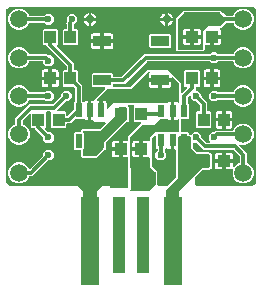
<source format=gbr>
G04 EAGLE Gerber X2 export*
%TF.Part,Single*%
%TF.FileFunction,Copper,L1,Top,Mixed*%
%TF.FilePolarity,Positive*%
%TF.GenerationSoftware,Autodesk,EAGLE,9.0.0*%
%TF.CreationDate,2018-04-23T14:01:41Z*%
G75*
%MOMM*%
%FSLAX34Y34*%
%LPD*%
%AMOC8*
5,1,8,0,0,1.08239X$1,22.5*%
G01*
%ADD10R,0.550000X1.200000*%
%ADD11R,1.500000X0.900000*%
%ADD12R,1.500000X7.500000*%
%ADD13R,1.000000X6.500000*%
%ADD14R,0.600000X1.100000*%
%ADD15C,1.650000*%
%ADD16R,1.650000X1.650000*%
%ADD17R,1.000000X1.100000*%
%ADD18R,1.100000X1.000000*%
%ADD19C,1.500000*%
%ADD20C,0.750000*%
%ADD21C,0.700000*%
%ADD22C,0.600000*%
%ADD23C,0.304800*%

G36*
X90020Y94242D02*
X90020Y94242D01*
X90039Y94240D01*
X90141Y94262D01*
X90243Y94279D01*
X90260Y94288D01*
X90280Y94292D01*
X90369Y94345D01*
X90460Y94394D01*
X90474Y94408D01*
X90491Y94418D01*
X90558Y94497D01*
X90630Y94572D01*
X90638Y94590D01*
X90651Y94605D01*
X90690Y94701D01*
X90733Y94795D01*
X90735Y94815D01*
X90743Y94833D01*
X90761Y95000D01*
X90761Y99685D01*
X95315Y104239D01*
X116976Y104239D01*
X116996Y104242D01*
X117015Y104240D01*
X117117Y104262D01*
X117219Y104279D01*
X117236Y104288D01*
X117256Y104292D01*
X117345Y104345D01*
X117436Y104394D01*
X117450Y104408D01*
X117467Y104418D01*
X117534Y104497D01*
X117606Y104572D01*
X117614Y104590D01*
X117627Y104605D01*
X117666Y104701D01*
X117709Y104795D01*
X117711Y104815D01*
X117719Y104833D01*
X117737Y105000D01*
X117737Y120000D01*
X117734Y120020D01*
X117736Y120039D01*
X117714Y120141D01*
X117698Y120243D01*
X117688Y120260D01*
X117684Y120280D01*
X117631Y120369D01*
X117582Y120460D01*
X117568Y120474D01*
X117558Y120491D01*
X117535Y120510D01*
X117606Y120584D01*
X117614Y120602D01*
X117627Y120617D01*
X117666Y120713D01*
X117709Y120807D01*
X117711Y120827D01*
X117719Y120845D01*
X117737Y121012D01*
X117737Y127238D01*
X117734Y127258D01*
X117736Y127277D01*
X117714Y127379D01*
X117698Y127481D01*
X117688Y127498D01*
X117684Y127518D01*
X117631Y127607D01*
X117582Y127698D01*
X117568Y127712D01*
X117558Y127729D01*
X117479Y127796D01*
X117404Y127868D01*
X117386Y127876D01*
X117371Y127889D01*
X117275Y127928D01*
X117181Y127971D01*
X117161Y127973D01*
X117143Y127981D01*
X116976Y127999D01*
X113023Y127999D01*
X113023Y134238D01*
X113020Y134258D01*
X113022Y134277D01*
X113000Y134379D01*
X112983Y134481D01*
X112974Y134498D01*
X112970Y134518D01*
X112917Y134607D01*
X112868Y134698D01*
X112854Y134712D01*
X112844Y134729D01*
X112765Y134796D01*
X112690Y134867D01*
X112672Y134876D01*
X112657Y134889D01*
X112561Y134928D01*
X112467Y134971D01*
X112447Y134973D01*
X112429Y134981D01*
X112262Y134999D01*
X111499Y134999D01*
X111499Y135001D01*
X112262Y135001D01*
X112282Y135004D01*
X112301Y135002D01*
X112403Y135024D01*
X112505Y135041D01*
X112522Y135050D01*
X112542Y135054D01*
X112631Y135107D01*
X112722Y135156D01*
X112736Y135170D01*
X112753Y135180D01*
X112820Y135259D01*
X112891Y135334D01*
X112900Y135352D01*
X112913Y135367D01*
X112952Y135463D01*
X112995Y135557D01*
X112997Y135577D01*
X113005Y135595D01*
X113023Y135762D01*
X113023Y142001D01*
X116976Y142001D01*
X116996Y142004D01*
X117015Y142002D01*
X117117Y142024D01*
X117219Y142040D01*
X117236Y142050D01*
X117256Y142054D01*
X117345Y142107D01*
X117436Y142156D01*
X117450Y142170D01*
X117467Y142180D01*
X117534Y142259D01*
X117606Y142334D01*
X117614Y142352D01*
X117627Y142367D01*
X117666Y142463D01*
X117709Y142557D01*
X117711Y142577D01*
X117719Y142595D01*
X117737Y142762D01*
X117737Y145937D01*
X119286Y147486D01*
X128500Y156700D01*
X128542Y156758D01*
X128591Y156810D01*
X128613Y156857D01*
X128643Y156899D01*
X128664Y156968D01*
X128695Y157033D01*
X128700Y157085D01*
X128716Y157135D01*
X128714Y157206D01*
X128722Y157277D01*
X128711Y157328D01*
X128709Y157380D01*
X128685Y157448D01*
X128669Y157518D01*
X128643Y157563D01*
X128625Y157611D01*
X128580Y157667D01*
X128543Y157729D01*
X128504Y157763D01*
X128471Y157803D01*
X128411Y157842D01*
X128356Y157889D01*
X128308Y157908D01*
X128264Y157936D01*
X128195Y157954D01*
X128128Y157981D01*
X128057Y157989D01*
X128026Y157997D01*
X128002Y157995D01*
X127961Y157999D01*
X122878Y157999D01*
X121999Y158878D01*
X121999Y171122D01*
X122315Y171438D01*
X122357Y171496D01*
X122407Y171548D01*
X122429Y171595D01*
X122459Y171637D01*
X122480Y171706D01*
X122510Y171771D01*
X122516Y171823D01*
X122531Y171873D01*
X122529Y171944D01*
X122537Y172015D01*
X122526Y172066D01*
X122525Y172118D01*
X122500Y172186D01*
X122485Y172256D01*
X122458Y172301D01*
X122440Y172349D01*
X122396Y172405D01*
X122359Y172467D01*
X122319Y172501D01*
X122287Y172541D01*
X122227Y172580D01*
X122172Y172627D01*
X122124Y172646D01*
X122080Y172674D01*
X122011Y172692D01*
X121944Y172719D01*
X121873Y172727D01*
X121841Y172735D01*
X121818Y172733D01*
X121777Y172737D01*
X118223Y172737D01*
X118152Y172726D01*
X118080Y172724D01*
X118031Y172706D01*
X117980Y172698D01*
X117917Y172664D01*
X117849Y172639D01*
X117809Y172607D01*
X117763Y172582D01*
X117713Y172530D01*
X117657Y172486D01*
X117629Y172442D01*
X117593Y172404D01*
X117563Y172339D01*
X117524Y172279D01*
X117512Y172228D01*
X117490Y172181D01*
X117482Y172110D01*
X117464Y172040D01*
X117468Y171988D01*
X117463Y171937D01*
X117478Y171866D01*
X117483Y171795D01*
X117504Y171747D01*
X117515Y171696D01*
X117552Y171635D01*
X117580Y171569D01*
X117625Y171513D01*
X117641Y171485D01*
X117659Y171470D01*
X117685Y171438D01*
X118001Y171122D01*
X118001Y158878D01*
X117122Y157999D01*
X116515Y157999D01*
X116424Y157985D01*
X116334Y157977D01*
X116304Y157965D01*
X116272Y157960D01*
X116191Y157917D01*
X116107Y157881D01*
X116075Y157855D01*
X116054Y157844D01*
X116032Y157821D01*
X115976Y157776D01*
X115714Y157514D01*
X98974Y140774D01*
X98921Y140700D01*
X98861Y140630D01*
X98849Y140600D01*
X98830Y140574D01*
X98803Y140487D01*
X98769Y140402D01*
X98765Y140361D01*
X98758Y140339D01*
X98759Y140307D01*
X98751Y140235D01*
X98751Y135378D01*
X97851Y134479D01*
X97834Y134477D01*
X97804Y134465D01*
X97772Y134460D01*
X97691Y134417D01*
X97607Y134381D01*
X97575Y134355D01*
X97554Y134344D01*
X97532Y134321D01*
X97476Y134276D01*
X95714Y132514D01*
X90937Y127737D01*
X79063Y127737D01*
X77737Y129063D01*
X77737Y133738D01*
X77734Y133758D01*
X77736Y133777D01*
X77714Y133879D01*
X77698Y133981D01*
X77688Y133998D01*
X77684Y134018D01*
X77631Y134107D01*
X77582Y134198D01*
X77568Y134212D01*
X77558Y134229D01*
X77479Y134296D01*
X77404Y134368D01*
X77386Y134376D01*
X77371Y134389D01*
X77275Y134428D01*
X77181Y134471D01*
X77161Y134473D01*
X77143Y134481D01*
X76976Y134499D01*
X72128Y134499D01*
X71249Y135378D01*
X71249Y148622D01*
X72128Y149501D01*
X76976Y149501D01*
X76996Y149504D01*
X77015Y149502D01*
X77117Y149524D01*
X77219Y149540D01*
X77236Y149550D01*
X77256Y149554D01*
X77345Y149607D01*
X77436Y149656D01*
X77450Y149670D01*
X77467Y149680D01*
X77534Y149759D01*
X77606Y149834D01*
X77614Y149852D01*
X77627Y149867D01*
X77666Y149963D01*
X77709Y150057D01*
X77711Y150077D01*
X77719Y150095D01*
X77737Y150262D01*
X77737Y150937D01*
X79063Y152263D01*
X93747Y152263D01*
X93838Y152277D01*
X93928Y152285D01*
X93958Y152297D01*
X93990Y152302D01*
X94071Y152345D01*
X94155Y152381D01*
X94187Y152407D01*
X94208Y152418D01*
X94230Y152441D01*
X94286Y152486D01*
X98238Y156438D01*
X98280Y156496D01*
X98329Y156548D01*
X98351Y156595D01*
X98381Y156637D01*
X98402Y156706D01*
X98433Y156771D01*
X98438Y156823D01*
X98454Y156873D01*
X98452Y156944D01*
X98460Y157015D01*
X98449Y157066D01*
X98447Y157118D01*
X98423Y157186D01*
X98407Y157256D01*
X98381Y157301D01*
X98363Y157349D01*
X98318Y157405D01*
X98281Y157467D01*
X98242Y157501D01*
X98209Y157541D01*
X98149Y157580D01*
X98094Y157627D01*
X98046Y157646D01*
X98002Y157674D01*
X97933Y157692D01*
X97866Y157719D01*
X97795Y157727D01*
X97764Y157735D01*
X97740Y157733D01*
X97699Y157737D01*
X89063Y157737D01*
X87737Y159063D01*
X87737Y159238D01*
X87734Y159258D01*
X87736Y159277D01*
X87714Y159379D01*
X87698Y159481D01*
X87688Y159498D01*
X87684Y159518D01*
X87631Y159607D01*
X87582Y159698D01*
X87568Y159712D01*
X87558Y159729D01*
X87479Y159796D01*
X87404Y159868D01*
X87386Y159876D01*
X87371Y159889D01*
X87275Y159928D01*
X87181Y159971D01*
X87161Y159973D01*
X87143Y159981D01*
X86976Y159999D01*
X86374Y159999D01*
X86374Y167387D01*
X86371Y167406D01*
X86373Y167426D01*
X86351Y167528D01*
X86335Y167630D01*
X86325Y167647D01*
X86321Y167667D01*
X86268Y167756D01*
X86219Y167847D01*
X86205Y167861D01*
X86195Y167878D01*
X86116Y167945D01*
X86059Y167999D01*
X86073Y168007D01*
X86087Y168021D01*
X86104Y168031D01*
X86171Y168110D01*
X86243Y168185D01*
X86251Y168203D01*
X86264Y168218D01*
X86303Y168315D01*
X86346Y168408D01*
X86348Y168428D01*
X86356Y168446D01*
X86374Y168613D01*
X86374Y176001D01*
X87485Y176001D01*
X87576Y176015D01*
X87666Y176023D01*
X87696Y176035D01*
X87728Y176040D01*
X87809Y176083D01*
X87893Y176119D01*
X87925Y176145D01*
X87946Y176156D01*
X87968Y176179D01*
X88024Y176224D01*
X89286Y177486D01*
X98000Y186200D01*
X98042Y186258D01*
X98091Y186310D01*
X98113Y186357D01*
X98143Y186399D01*
X98164Y186468D01*
X98195Y186533D01*
X98200Y186585D01*
X98216Y186635D01*
X98214Y186706D01*
X98222Y186777D01*
X98211Y186828D01*
X98209Y186880D01*
X98185Y186948D01*
X98169Y187018D01*
X98143Y187062D01*
X98125Y187111D01*
X98080Y187167D01*
X98043Y187229D01*
X98004Y187263D01*
X97971Y187303D01*
X97911Y187342D01*
X97856Y187389D01*
X97808Y187408D01*
X97764Y187436D01*
X97695Y187454D01*
X97628Y187481D01*
X97557Y187489D01*
X97526Y187497D01*
X97502Y187495D01*
X97461Y187499D01*
X87378Y187499D01*
X86499Y188378D01*
X86499Y198622D01*
X87378Y199501D01*
X103622Y199501D01*
X104501Y198622D01*
X104501Y197286D01*
X104504Y197266D01*
X104502Y197247D01*
X104524Y197145D01*
X104540Y197043D01*
X104550Y197026D01*
X104554Y197006D01*
X104607Y196917D01*
X104656Y196826D01*
X104670Y196812D01*
X104680Y196795D01*
X104759Y196728D01*
X104834Y196656D01*
X104852Y196648D01*
X104867Y196635D01*
X104963Y196596D01*
X105057Y196553D01*
X105077Y196551D01*
X105095Y196543D01*
X105262Y196525D01*
X111932Y196525D01*
X112022Y196539D01*
X112113Y196547D01*
X112143Y196559D01*
X112175Y196564D01*
X112255Y196607D01*
X112339Y196643D01*
X112371Y196669D01*
X112392Y196680D01*
X112414Y196703D01*
X112470Y196748D01*
X131247Y215525D01*
X186344Y215525D01*
X186434Y215539D01*
X186525Y215547D01*
X186555Y215559D01*
X186587Y215564D01*
X186668Y215607D01*
X186752Y215643D01*
X186784Y215669D01*
X186805Y215680D01*
X186827Y215703D01*
X186883Y215748D01*
X188136Y217001D01*
X191864Y217001D01*
X193117Y215748D01*
X193191Y215695D01*
X193261Y215635D01*
X193291Y215623D01*
X193317Y215604D01*
X193404Y215577D01*
X193489Y215543D01*
X193530Y215539D01*
X193552Y215532D01*
X193584Y215533D01*
X193656Y215525D01*
X206002Y215525D01*
X206117Y215544D01*
X206233Y215561D01*
X206239Y215563D01*
X206245Y215564D01*
X206347Y215619D01*
X206452Y215672D01*
X206457Y215677D01*
X206462Y215680D01*
X206542Y215764D01*
X206624Y215848D01*
X206628Y215854D01*
X206631Y215858D01*
X206639Y215875D01*
X206705Y215995D01*
X207370Y217599D01*
X209901Y220130D01*
X213210Y221501D01*
X216790Y221501D01*
X220099Y220130D01*
X222630Y217599D01*
X224001Y214290D01*
X224001Y210710D01*
X222630Y207401D01*
X220099Y204870D01*
X216790Y203499D01*
X213210Y203499D01*
X209901Y204870D01*
X207370Y207401D01*
X206705Y209005D01*
X206643Y209105D01*
X206584Y209205D01*
X206579Y209209D01*
X206576Y209214D01*
X206485Y209289D01*
X206397Y209365D01*
X206391Y209367D01*
X206386Y209371D01*
X206278Y209413D01*
X206169Y209457D01*
X206161Y209458D01*
X206157Y209459D01*
X206138Y209460D01*
X206002Y209475D01*
X193656Y209475D01*
X193565Y209461D01*
X193475Y209453D01*
X193445Y209441D01*
X193413Y209436D01*
X193332Y209393D01*
X193248Y209357D01*
X193216Y209331D01*
X193195Y209320D01*
X193173Y209297D01*
X193117Y209252D01*
X191864Y207999D01*
X188136Y207999D01*
X186883Y209252D01*
X186809Y209305D01*
X186739Y209365D01*
X186709Y209377D01*
X186683Y209396D01*
X186596Y209423D01*
X186511Y209457D01*
X186470Y209461D01*
X186448Y209468D01*
X186416Y209467D01*
X186344Y209475D01*
X134068Y209475D01*
X133978Y209461D01*
X133887Y209453D01*
X133857Y209441D01*
X133825Y209436D01*
X133745Y209393D01*
X133661Y209357D01*
X133629Y209331D01*
X133608Y209320D01*
X133586Y209297D01*
X133530Y209252D01*
X114753Y190475D01*
X105262Y190475D01*
X105242Y190472D01*
X105223Y190474D01*
X105121Y190452D01*
X105019Y190436D01*
X105002Y190426D01*
X104982Y190422D01*
X104893Y190369D01*
X104802Y190320D01*
X104788Y190306D01*
X104771Y190296D01*
X104704Y190217D01*
X104632Y190142D01*
X104624Y190124D01*
X104611Y190109D01*
X104572Y190013D01*
X104529Y189919D01*
X104527Y189899D01*
X104519Y189881D01*
X104501Y189714D01*
X104501Y188253D01*
X104490Y188229D01*
X104484Y188177D01*
X104469Y188128D01*
X104471Y188056D01*
X104463Y187985D01*
X104474Y187934D01*
X104475Y187882D01*
X104500Y187814D01*
X104515Y187744D01*
X104542Y187700D01*
X104559Y187651D01*
X104604Y187595D01*
X104641Y187533D01*
X104681Y187499D01*
X104713Y187459D01*
X104773Y187420D01*
X104828Y187373D01*
X104876Y187354D01*
X104920Y187326D01*
X104989Y187308D01*
X105056Y187281D01*
X105127Y187273D01*
X105158Y187265D01*
X105182Y187267D01*
X105223Y187263D01*
X118747Y187263D01*
X118838Y187277D01*
X118928Y187285D01*
X118958Y187297D01*
X118990Y187302D01*
X119071Y187345D01*
X119155Y187381D01*
X119187Y187407D01*
X119208Y187418D01*
X119230Y187441D01*
X119286Y187486D01*
X134063Y202263D01*
X150937Y202263D01*
X162263Y190937D01*
X162263Y183378D01*
X162264Y183371D01*
X162264Y183369D01*
X162265Y183362D01*
X162274Y183307D01*
X162276Y183236D01*
X162294Y183187D01*
X162302Y183135D01*
X162336Y183072D01*
X162361Y183005D01*
X162393Y182964D01*
X162418Y182918D01*
X162469Y182869D01*
X162514Y182813D01*
X162558Y182784D01*
X162596Y182749D01*
X162661Y182718D01*
X162721Y182680D01*
X162772Y182667D01*
X162819Y182645D01*
X162890Y182637D01*
X162960Y182620D01*
X163012Y182624D01*
X163063Y182618D01*
X163134Y182633D01*
X163205Y182639D01*
X163253Y182659D01*
X163304Y182670D01*
X163365Y182707D01*
X163431Y182735D01*
X163487Y182780D01*
X163515Y182796D01*
X163530Y182814D01*
X163562Y182840D01*
X163970Y183248D01*
X167422Y186700D01*
X167464Y186758D01*
X167513Y186810D01*
X167535Y186857D01*
X167566Y186899D01*
X167587Y186968D01*
X167617Y187033D01*
X167623Y187085D01*
X167638Y187135D01*
X167636Y187206D01*
X167644Y187277D01*
X167633Y187328D01*
X167632Y187380D01*
X167607Y187448D01*
X167592Y187518D01*
X167565Y187562D01*
X167547Y187611D01*
X167502Y187667D01*
X167466Y187729D01*
X167426Y187763D01*
X167394Y187803D01*
X167333Y187842D01*
X167279Y187889D01*
X167230Y187908D01*
X167187Y187936D01*
X167117Y187954D01*
X167051Y187981D01*
X166979Y187989D01*
X166948Y187997D01*
X166925Y187995D01*
X166884Y187999D01*
X165878Y187999D01*
X164999Y188878D01*
X164999Y201122D01*
X165878Y202001D01*
X177122Y202001D01*
X178001Y201122D01*
X178001Y188878D01*
X177122Y187999D01*
X175286Y187999D01*
X175266Y187996D01*
X175247Y187998D01*
X175145Y187976D01*
X175043Y187960D01*
X175026Y187950D01*
X175006Y187946D01*
X174917Y187893D01*
X174826Y187844D01*
X174812Y187830D01*
X174795Y187820D01*
X174728Y187741D01*
X174656Y187666D01*
X174648Y187648D01*
X174635Y187633D01*
X174596Y187537D01*
X174553Y187443D01*
X174551Y187423D01*
X174543Y187405D01*
X174525Y187238D01*
X174525Y185262D01*
X174528Y185242D01*
X174526Y185223D01*
X174548Y185121D01*
X174564Y185019D01*
X174574Y185002D01*
X174578Y184982D01*
X174631Y184893D01*
X174680Y184802D01*
X174694Y184788D01*
X174704Y184771D01*
X174783Y184704D01*
X174858Y184632D01*
X174876Y184624D01*
X174891Y184611D01*
X174987Y184572D01*
X175081Y184529D01*
X175101Y184527D01*
X175119Y184519D01*
X175286Y184501D01*
X176864Y184501D01*
X179501Y181864D01*
X179501Y180092D01*
X179515Y180002D01*
X179523Y179911D01*
X179535Y179881D01*
X179540Y179849D01*
X179583Y179769D01*
X179619Y179685D01*
X179645Y179653D01*
X179656Y179632D01*
X179679Y179610D01*
X179724Y179554D01*
X184525Y174753D01*
X184525Y167762D01*
X184528Y167742D01*
X184526Y167723D01*
X184548Y167621D01*
X184564Y167519D01*
X184574Y167502D01*
X184578Y167482D01*
X184631Y167393D01*
X184680Y167302D01*
X184694Y167288D01*
X184704Y167271D01*
X184783Y167204D01*
X184858Y167132D01*
X184876Y167124D01*
X184891Y167111D01*
X184987Y167072D01*
X185081Y167029D01*
X185101Y167027D01*
X185119Y167019D01*
X185286Y167001D01*
X187122Y167001D01*
X188001Y166122D01*
X188001Y153878D01*
X187122Y152999D01*
X175878Y152999D01*
X174999Y153878D01*
X174999Y166122D01*
X175878Y167001D01*
X177714Y167001D01*
X177734Y167004D01*
X177753Y167002D01*
X177855Y167024D01*
X177957Y167040D01*
X177974Y167050D01*
X177994Y167054D01*
X178083Y167107D01*
X178174Y167156D01*
X178188Y167170D01*
X178205Y167180D01*
X178272Y167259D01*
X178344Y167334D01*
X178352Y167352D01*
X178365Y167367D01*
X178404Y167463D01*
X178447Y167557D01*
X178449Y167577D01*
X178457Y167595D01*
X178475Y167762D01*
X178475Y171932D01*
X178461Y172022D01*
X178453Y172113D01*
X178441Y172143D01*
X178436Y172175D01*
X178393Y172255D01*
X178357Y172339D01*
X178331Y172371D01*
X178320Y172392D01*
X178297Y172414D01*
X178252Y172470D01*
X175446Y175276D01*
X175372Y175329D01*
X175303Y175389D01*
X175273Y175401D01*
X175246Y175420D01*
X175159Y175447D01*
X175075Y175481D01*
X175034Y175485D01*
X175011Y175492D01*
X174979Y175491D01*
X174908Y175499D01*
X173136Y175499D01*
X170499Y178136D01*
X170499Y179384D01*
X170488Y179455D01*
X170486Y179526D01*
X170468Y179575D01*
X170460Y179627D01*
X170426Y179690D01*
X170401Y179757D01*
X170369Y179798D01*
X170344Y179844D01*
X170293Y179893D01*
X170248Y179949D01*
X170204Y179978D01*
X170166Y180013D01*
X170101Y180044D01*
X170041Y180082D01*
X169990Y180095D01*
X169943Y180117D01*
X169872Y180125D01*
X169802Y180142D01*
X169750Y180138D01*
X169699Y180144D01*
X169628Y180129D01*
X169557Y180123D01*
X169509Y180103D01*
X169458Y180092D01*
X169397Y180055D01*
X169331Y180027D01*
X169275Y179982D01*
X169247Y179966D01*
X169232Y179948D01*
X169200Y179922D01*
X168248Y178970D01*
X168195Y178896D01*
X168135Y178827D01*
X168123Y178797D01*
X168104Y178770D01*
X168077Y178683D01*
X168043Y178599D01*
X168039Y178558D01*
X168032Y178535D01*
X168033Y178503D01*
X168025Y178432D01*
X168025Y174913D01*
X168039Y174823D01*
X168047Y174732D01*
X168059Y174702D01*
X168064Y174670D01*
X168107Y174590D01*
X168143Y174506D01*
X168169Y174473D01*
X168180Y174453D01*
X168203Y174431D01*
X168248Y174375D01*
X169001Y173622D01*
X169001Y161378D01*
X168122Y160499D01*
X163024Y160499D01*
X163004Y160496D01*
X162985Y160498D01*
X162883Y160476D01*
X162781Y160460D01*
X162764Y160450D01*
X162744Y160446D01*
X162655Y160393D01*
X162564Y160344D01*
X162550Y160330D01*
X162533Y160320D01*
X162466Y160241D01*
X162394Y160166D01*
X162386Y160148D01*
X162373Y160133D01*
X162334Y160037D01*
X162291Y159943D01*
X162289Y159923D01*
X162281Y159905D01*
X162263Y159738D01*
X162263Y150262D01*
X162266Y150242D01*
X162264Y150223D01*
X162286Y150121D01*
X162302Y150019D01*
X162312Y150002D01*
X162316Y149982D01*
X162369Y149893D01*
X162418Y149802D01*
X162432Y149788D01*
X162442Y149771D01*
X162521Y149704D01*
X162596Y149632D01*
X162614Y149624D01*
X162629Y149611D01*
X162725Y149572D01*
X162819Y149529D01*
X162839Y149527D01*
X162857Y149519D01*
X163024Y149501D01*
X168122Y149501D01*
X169001Y148622D01*
X169001Y148024D01*
X169004Y148004D01*
X169002Y147985D01*
X169024Y147883D01*
X169040Y147781D01*
X169050Y147764D01*
X169054Y147744D01*
X169107Y147655D01*
X169156Y147564D01*
X169170Y147550D01*
X169180Y147533D01*
X169259Y147466D01*
X169334Y147394D01*
X169352Y147386D01*
X169367Y147373D01*
X169463Y147334D01*
X169557Y147291D01*
X169577Y147289D01*
X169595Y147281D01*
X169762Y147263D01*
X170582Y147263D01*
X170672Y147277D01*
X170763Y147285D01*
X170793Y147297D01*
X170825Y147302D01*
X170906Y147345D01*
X170990Y147381D01*
X171022Y147407D01*
X171043Y147418D01*
X171065Y147441D01*
X171121Y147486D01*
X173136Y149501D01*
X176864Y149501D01*
X179501Y146864D01*
X179501Y145092D01*
X179515Y145002D01*
X179523Y144911D01*
X179535Y144881D01*
X179540Y144849D01*
X179583Y144769D01*
X179619Y144685D01*
X179645Y144653D01*
X179656Y144632D01*
X179679Y144610D01*
X179724Y144554D01*
X183530Y140748D01*
X183604Y140695D01*
X183673Y140635D01*
X183703Y140623D01*
X183730Y140604D01*
X183817Y140577D01*
X183901Y140543D01*
X183942Y140539D01*
X183965Y140532D01*
X183997Y140533D01*
X184068Y140525D01*
X186272Y140525D01*
X186343Y140536D01*
X186415Y140538D01*
X186464Y140556D01*
X186515Y140564D01*
X186579Y140598D01*
X186646Y140623D01*
X186687Y140655D01*
X186733Y140680D01*
X186782Y140732D01*
X186838Y140776D01*
X186866Y140820D01*
X186902Y140858D01*
X186932Y140923D01*
X186971Y140983D01*
X186984Y141034D01*
X187006Y141081D01*
X187013Y141152D01*
X187031Y141222D01*
X187027Y141274D01*
X187033Y141325D01*
X187017Y141396D01*
X187012Y141467D01*
X186992Y141515D01*
X186980Y141566D01*
X186944Y141627D01*
X186916Y141693D01*
X186871Y141749D01*
X186854Y141777D01*
X186836Y141792D01*
X186811Y141824D01*
X185499Y143136D01*
X185499Y146864D01*
X188136Y149501D01*
X189908Y149501D01*
X189998Y149515D01*
X190089Y149523D01*
X190119Y149535D01*
X190151Y149540D01*
X190231Y149583D01*
X190315Y149619D01*
X190347Y149645D01*
X190368Y149656D01*
X190390Y149679D01*
X190446Y149724D01*
X191247Y150525D01*
X206002Y150525D01*
X206117Y150544D01*
X206233Y150561D01*
X206239Y150563D01*
X206245Y150564D01*
X206347Y150619D01*
X206452Y150672D01*
X206457Y150677D01*
X206462Y150680D01*
X206542Y150764D01*
X206624Y150848D01*
X206628Y150854D01*
X206631Y150858D01*
X206639Y150875D01*
X206705Y150995D01*
X207370Y152599D01*
X209901Y155130D01*
X213210Y156501D01*
X216790Y156501D01*
X220099Y155130D01*
X222630Y152599D01*
X224001Y149290D01*
X224001Y145710D01*
X222630Y142401D01*
X220099Y139870D01*
X216790Y138499D01*
X213210Y138499D01*
X212595Y138754D01*
X212500Y138776D01*
X212407Y138805D01*
X212381Y138804D01*
X212355Y138810D01*
X212259Y138801D01*
X212161Y138798D01*
X212137Y138789D01*
X212111Y138787D01*
X212021Y138747D01*
X211930Y138714D01*
X211910Y138698D01*
X211886Y138687D01*
X211814Y138621D01*
X211738Y138560D01*
X211724Y138538D01*
X211705Y138521D01*
X211658Y138435D01*
X211605Y138353D01*
X211599Y138328D01*
X211586Y138305D01*
X211569Y138209D01*
X211545Y138115D01*
X211547Y138089D01*
X211542Y138063D01*
X211557Y137966D01*
X211564Y137870D01*
X211574Y137846D01*
X211578Y137820D01*
X211622Y137733D01*
X211660Y137643D01*
X211681Y137618D01*
X211690Y137600D01*
X211713Y137577D01*
X211765Y137512D01*
X218025Y131253D01*
X218025Y123998D01*
X218044Y123883D01*
X218061Y123767D01*
X218063Y123761D01*
X218064Y123755D01*
X218119Y123653D01*
X218172Y123548D01*
X218177Y123543D01*
X218180Y123538D01*
X218264Y123458D01*
X218348Y123376D01*
X218354Y123372D01*
X218358Y123369D01*
X218375Y123361D01*
X218495Y123295D01*
X220099Y122630D01*
X222630Y120099D01*
X224001Y116790D01*
X224001Y113210D01*
X222630Y109901D01*
X220099Y107370D01*
X216790Y105999D01*
X213210Y105999D01*
X209901Y107370D01*
X207370Y109901D01*
X205999Y113210D01*
X205999Y116790D01*
X206259Y117418D01*
X206286Y117533D01*
X206315Y117653D01*
X206315Y117655D01*
X206315Y117657D01*
X206304Y117776D01*
X206293Y117898D01*
X206292Y117900D01*
X206292Y117902D01*
X206243Y118013D01*
X206194Y118123D01*
X206193Y118125D01*
X206192Y118127D01*
X206111Y118215D01*
X206029Y118305D01*
X206027Y118306D01*
X206026Y118308D01*
X205920Y118366D01*
X205814Y118425D01*
X205812Y118425D01*
X205810Y118426D01*
X205690Y118448D01*
X205572Y118470D01*
X205570Y118470D01*
X205568Y118470D01*
X205449Y118453D01*
X205329Y118436D01*
X205327Y118435D01*
X205325Y118434D01*
X205318Y118431D01*
X205175Y118368D01*
X204772Y118136D01*
X204263Y117999D01*
X200023Y117999D01*
X200023Y123477D01*
X206001Y123477D01*
X206001Y120568D01*
X206012Y120497D01*
X206014Y120425D01*
X206032Y120376D01*
X206040Y120325D01*
X206074Y120261D01*
X206099Y120194D01*
X206131Y120153D01*
X206156Y120107D01*
X206208Y120058D01*
X206252Y120002D01*
X206296Y119974D01*
X206334Y119938D01*
X206399Y119908D01*
X206459Y119869D01*
X206510Y119856D01*
X206557Y119834D01*
X206628Y119826D01*
X206698Y119809D01*
X206750Y119813D01*
X206801Y119807D01*
X206872Y119823D01*
X206943Y119828D01*
X206991Y119848D01*
X207042Y119860D01*
X207103Y119896D01*
X207169Y119924D01*
X207225Y119969D01*
X207253Y119986D01*
X207268Y120004D01*
X207300Y120029D01*
X209901Y122630D01*
X211505Y123295D01*
X211605Y123357D01*
X211705Y123416D01*
X211709Y123421D01*
X211714Y123424D01*
X211789Y123515D01*
X211865Y123603D01*
X211867Y123609D01*
X211871Y123614D01*
X211913Y123722D01*
X211957Y123831D01*
X211958Y123839D01*
X211959Y123843D01*
X211960Y123862D01*
X211975Y123998D01*
X211975Y128432D01*
X211961Y128522D01*
X211953Y128613D01*
X211941Y128643D01*
X211936Y128675D01*
X211893Y128755D01*
X211857Y128839D01*
X211831Y128871D01*
X211820Y128892D01*
X211797Y128914D01*
X211752Y128970D01*
X206470Y134252D01*
X206396Y134305D01*
X206327Y134365D01*
X206297Y134377D01*
X206270Y134396D01*
X206183Y134423D01*
X206099Y134457D01*
X206058Y134461D01*
X206035Y134468D01*
X206003Y134467D01*
X205932Y134475D01*
X181247Y134475D01*
X179252Y136470D01*
X175446Y140276D01*
X175372Y140329D01*
X175303Y140389D01*
X175273Y140401D01*
X175246Y140420D01*
X175159Y140447D01*
X175075Y140481D01*
X175034Y140485D01*
X175011Y140492D01*
X174979Y140491D01*
X174908Y140499D01*
X173024Y140499D01*
X173004Y140496D01*
X172985Y140498D01*
X172883Y140476D01*
X172781Y140460D01*
X172764Y140450D01*
X172744Y140446D01*
X172655Y140393D01*
X172564Y140344D01*
X172550Y140330D01*
X172533Y140320D01*
X172466Y140241D01*
X172394Y140166D01*
X172386Y140148D01*
X172373Y140133D01*
X172334Y140037D01*
X172291Y139943D01*
X172289Y139923D01*
X172281Y139905D01*
X172263Y139738D01*
X172263Y136253D01*
X172277Y136162D01*
X172285Y136072D01*
X172297Y136042D01*
X172302Y136010D01*
X172345Y135929D01*
X172381Y135845D01*
X172407Y135813D01*
X172418Y135792D01*
X172441Y135770D01*
X172486Y135714D01*
X175714Y132486D01*
X175788Y132433D01*
X175858Y132373D01*
X175888Y132361D01*
X175914Y132342D01*
X176001Y132315D01*
X176086Y132281D01*
X176127Y132277D01*
X176149Y132270D01*
X176181Y132271D01*
X176253Y132263D01*
X185937Y132263D01*
X186476Y131724D01*
X186550Y131671D01*
X186620Y131611D01*
X186650Y131599D01*
X186676Y131580D01*
X186763Y131553D01*
X186848Y131519D01*
X186889Y131515D01*
X186911Y131508D01*
X186943Y131509D01*
X187015Y131501D01*
X187622Y131501D01*
X188501Y130622D01*
X188501Y119378D01*
X187622Y118499D01*
X187015Y118499D01*
X186924Y118485D01*
X186834Y118477D01*
X186804Y118465D01*
X186772Y118460D01*
X186691Y118417D01*
X186607Y118381D01*
X186575Y118355D01*
X186554Y118344D01*
X186532Y118321D01*
X186476Y118276D01*
X185937Y117737D01*
X181253Y117737D01*
X181162Y117723D01*
X181072Y117715D01*
X181042Y117703D01*
X181010Y117698D01*
X180929Y117655D01*
X180845Y117619D01*
X180813Y117593D01*
X180792Y117582D01*
X180770Y117559D01*
X180714Y117514D01*
X174462Y111262D01*
X174409Y111188D01*
X174349Y111118D01*
X174337Y111088D01*
X174318Y111062D01*
X174291Y110975D01*
X174257Y110890D01*
X174253Y110849D01*
X174246Y110827D01*
X174247Y110795D01*
X174239Y110723D01*
X174239Y105000D01*
X174242Y104980D01*
X174240Y104961D01*
X174262Y104859D01*
X174279Y104757D01*
X174288Y104740D01*
X174292Y104720D01*
X174345Y104631D01*
X174394Y104540D01*
X174408Y104526D01*
X174418Y104509D01*
X174497Y104442D01*
X174572Y104371D01*
X174590Y104362D01*
X174605Y104349D01*
X174701Y104310D01*
X174795Y104267D01*
X174815Y104265D01*
X174833Y104257D01*
X175000Y104239D01*
X223245Y104239D01*
X223310Y104249D01*
X223375Y104250D01*
X223455Y104273D01*
X223488Y104279D01*
X223505Y104288D01*
X223536Y104297D01*
X223611Y104328D01*
X223667Y104362D01*
X223727Y104388D01*
X223792Y104440D01*
X223820Y104457D01*
X223833Y104472D01*
X223858Y104493D01*
X225507Y106142D01*
X225545Y106195D01*
X225591Y106241D01*
X225631Y106315D01*
X225651Y106341D01*
X225656Y106360D01*
X225672Y106388D01*
X225703Y106464D01*
X225718Y106527D01*
X225743Y106588D01*
X225752Y106671D01*
X225759Y106703D01*
X225758Y106722D01*
X225761Y106755D01*
X225761Y253245D01*
X225751Y253310D01*
X225750Y253375D01*
X225727Y253455D01*
X225722Y253488D01*
X225712Y253505D01*
X225703Y253537D01*
X225672Y253612D01*
X225637Y253667D01*
X225612Y253727D01*
X225560Y253793D01*
X225542Y253821D01*
X225527Y253833D01*
X225507Y253858D01*
X223858Y255507D01*
X223805Y255545D01*
X223759Y255591D01*
X223729Y255608D01*
X223718Y255617D01*
X223695Y255626D01*
X223685Y255632D01*
X223659Y255651D01*
X223640Y255656D01*
X223612Y255672D01*
X223537Y255703D01*
X223473Y255718D01*
X223412Y255743D01*
X223329Y255752D01*
X223297Y255759D01*
X223278Y255758D01*
X223245Y255761D01*
X16755Y255761D01*
X16690Y255751D01*
X16625Y255750D01*
X16545Y255727D01*
X16512Y255722D01*
X16495Y255712D01*
X16463Y255703D01*
X16388Y255672D01*
X16333Y255637D01*
X16273Y255612D01*
X16236Y255583D01*
X16217Y255573D01*
X16201Y255556D01*
X16179Y255542D01*
X16167Y255527D01*
X16142Y255507D01*
X14493Y253858D01*
X14455Y253805D01*
X14409Y253758D01*
X14369Y253685D01*
X14349Y253659D01*
X14344Y253640D01*
X14328Y253611D01*
X14297Y253536D01*
X14282Y253473D01*
X14257Y253412D01*
X14248Y253329D01*
X14241Y253297D01*
X14242Y253278D01*
X14239Y253245D01*
X14239Y106755D01*
X14249Y106690D01*
X14250Y106625D01*
X14273Y106545D01*
X14279Y106512D01*
X14288Y106495D01*
X14297Y106464D01*
X14328Y106389D01*
X14362Y106333D01*
X14388Y106273D01*
X14440Y106208D01*
X14457Y106180D01*
X14472Y106167D01*
X14493Y106142D01*
X16142Y104493D01*
X16195Y104455D01*
X16242Y104409D01*
X16315Y104368D01*
X16341Y104349D01*
X16360Y104344D01*
X16389Y104328D01*
X16464Y104297D01*
X16528Y104282D01*
X16588Y104257D01*
X16671Y104248D01*
X16703Y104241D01*
X16723Y104242D01*
X16755Y104239D01*
X74685Y104239D01*
X79239Y99685D01*
X79239Y95000D01*
X79242Y94980D01*
X79240Y94961D01*
X79262Y94859D01*
X79279Y94757D01*
X79288Y94740D01*
X79292Y94720D01*
X79345Y94631D01*
X79394Y94540D01*
X79408Y94526D01*
X79418Y94509D01*
X79497Y94442D01*
X79572Y94371D01*
X79590Y94362D01*
X79605Y94349D01*
X79701Y94310D01*
X79795Y94267D01*
X79815Y94265D01*
X79833Y94257D01*
X80000Y94239D01*
X90000Y94239D01*
X90020Y94242D01*
G37*
G36*
X135090Y99254D02*
X135090Y99254D01*
X135181Y99261D01*
X135211Y99273D01*
X135243Y99279D01*
X135323Y99321D01*
X135407Y99357D01*
X135439Y99383D01*
X135460Y99394D01*
X135482Y99417D01*
X135538Y99462D01*
X140538Y104462D01*
X140591Y104536D01*
X140651Y104605D01*
X140663Y104635D01*
X140682Y104661D01*
X140709Y104748D01*
X140743Y104833D01*
X140747Y104874D01*
X140754Y104897D01*
X140753Y104929D01*
X140761Y105000D01*
X140761Y115000D01*
X140747Y115090D01*
X140739Y115181D01*
X140727Y115211D01*
X140722Y115243D01*
X140679Y115323D01*
X140643Y115407D01*
X140617Y115439D01*
X140606Y115460D01*
X140583Y115482D01*
X140538Y115538D01*
X135761Y120315D01*
X135761Y127409D01*
X135758Y127427D01*
X135760Y127444D01*
X135741Y127533D01*
X135724Y127643D01*
X135722Y127647D01*
X135722Y127651D01*
X135711Y127671D01*
X135708Y127685D01*
X135671Y127747D01*
X135666Y127756D01*
X135611Y127862D01*
X135608Y127865D01*
X135606Y127869D01*
X135587Y127887D01*
X135582Y127896D01*
X135541Y127931D01*
X135521Y127950D01*
X135435Y128033D01*
X135431Y128035D01*
X135428Y128038D01*
X135401Y128051D01*
X135395Y128056D01*
X135356Y128072D01*
X135321Y128088D01*
X135213Y128139D01*
X135209Y128140D01*
X135205Y128142D01*
X135173Y128145D01*
X135167Y128148D01*
X135000Y128166D01*
X134993Y128166D01*
X134969Y128169D01*
X134964Y128168D01*
X134961Y128169D01*
X134947Y128166D01*
X134803Y128144D01*
X134263Y127999D01*
X130023Y127999D01*
X130023Y134238D01*
X130020Y134258D01*
X130022Y134277D01*
X130000Y134379D01*
X129983Y134481D01*
X129974Y134498D01*
X129970Y134518D01*
X129917Y134607D01*
X129868Y134698D01*
X129854Y134712D01*
X129844Y134729D01*
X129765Y134796D01*
X129690Y134867D01*
X129672Y134876D01*
X129657Y134889D01*
X129561Y134928D01*
X129467Y134971D01*
X129447Y134973D01*
X129429Y134981D01*
X129262Y134999D01*
X128499Y134999D01*
X128499Y135001D01*
X129262Y135001D01*
X129282Y135004D01*
X129301Y135002D01*
X129403Y135024D01*
X129505Y135041D01*
X129522Y135050D01*
X129542Y135054D01*
X129631Y135107D01*
X129722Y135156D01*
X129736Y135170D01*
X129753Y135180D01*
X129820Y135259D01*
X129891Y135334D01*
X129900Y135352D01*
X129913Y135367D01*
X129952Y135463D01*
X129995Y135557D01*
X129997Y135577D01*
X130005Y135595D01*
X130023Y135762D01*
X130023Y142001D01*
X134263Y142001D01*
X134803Y141856D01*
X134922Y141844D01*
X135039Y141831D01*
X135044Y141832D01*
X135048Y141832D01*
X135163Y141858D01*
X135280Y141883D01*
X135283Y141886D01*
X135287Y141887D01*
X135388Y141948D01*
X135491Y142010D01*
X135494Y142013D01*
X135497Y142015D01*
X135572Y142105D01*
X135651Y142197D01*
X135652Y142201D01*
X135655Y142204D01*
X135698Y142313D01*
X135743Y142425D01*
X135743Y142430D01*
X135745Y142433D01*
X135745Y142446D01*
X135761Y142591D01*
X135761Y144685D01*
X140315Y149239D01*
X141301Y149239D01*
X141391Y149254D01*
X141482Y149261D01*
X141512Y149273D01*
X141544Y149279D01*
X141625Y149321D01*
X141708Y149357D01*
X141741Y149383D01*
X141761Y149394D01*
X141783Y149417D01*
X141839Y149462D01*
X141878Y149501D01*
X149122Y149501D01*
X149161Y149462D01*
X149235Y149409D01*
X149304Y149349D01*
X149334Y149337D01*
X149360Y149318D01*
X149447Y149291D01*
X149532Y149257D01*
X149573Y149253D01*
X149595Y149246D01*
X149628Y149247D01*
X149699Y149239D01*
X150801Y149239D01*
X150891Y149254D01*
X150982Y149261D01*
X151012Y149273D01*
X151044Y149279D01*
X151125Y149321D01*
X151208Y149357D01*
X151241Y149383D01*
X151261Y149394D01*
X151283Y149417D01*
X151339Y149462D01*
X151378Y149501D01*
X158622Y149501D01*
X158661Y149462D01*
X158735Y149409D01*
X158804Y149349D01*
X158834Y149337D01*
X158860Y149318D01*
X158947Y149291D01*
X159032Y149257D01*
X159073Y149253D01*
X159095Y149246D01*
X159128Y149247D01*
X159199Y149239D01*
X160000Y149239D01*
X160020Y149242D01*
X160039Y149240D01*
X160141Y149262D01*
X160243Y149279D01*
X160260Y149288D01*
X160280Y149292D01*
X160369Y149345D01*
X160460Y149394D01*
X160474Y149408D01*
X160491Y149418D01*
X160558Y149497D01*
X160630Y149572D01*
X160638Y149590D01*
X160651Y149605D01*
X160690Y149701D01*
X160733Y149795D01*
X160735Y149815D01*
X160743Y149833D01*
X160761Y150000D01*
X160761Y160094D01*
X160750Y160165D01*
X160748Y160236D01*
X160730Y160285D01*
X160722Y160337D01*
X160688Y160400D01*
X160663Y160467D01*
X160631Y160508D01*
X160606Y160554D01*
X160555Y160603D01*
X160510Y160659D01*
X160466Y160688D01*
X160428Y160723D01*
X160363Y160754D01*
X160303Y160792D01*
X160252Y160805D01*
X160205Y160827D01*
X160134Y160835D01*
X160064Y160853D01*
X160012Y160848D01*
X159961Y160854D01*
X159890Y160839D01*
X159819Y160833D01*
X159771Y160813D01*
X159720Y160802D01*
X159659Y160765D01*
X159593Y160737D01*
X159537Y160692D01*
X159509Y160676D01*
X159494Y160658D01*
X159462Y160632D01*
X159228Y160399D01*
X158772Y160136D01*
X158263Y159999D01*
X156499Y159999D01*
X156499Y166762D01*
X156496Y166781D01*
X156498Y166801D01*
X156476Y166903D01*
X156460Y167005D01*
X156450Y167022D01*
X156446Y167042D01*
X156393Y167131D01*
X156344Y167222D01*
X156330Y167236D01*
X156320Y167253D01*
X156241Y167320D01*
X156166Y167391D01*
X156148Y167400D01*
X156133Y167413D01*
X156037Y167451D01*
X155943Y167495D01*
X155923Y167497D01*
X155905Y167504D01*
X155981Y167517D01*
X155998Y167526D01*
X156018Y167530D01*
X156107Y167583D01*
X156198Y167632D01*
X156212Y167646D01*
X156229Y167656D01*
X156296Y167735D01*
X156368Y167810D01*
X156376Y167828D01*
X156389Y167843D01*
X156428Y167940D01*
X156471Y168033D01*
X156473Y168053D01*
X156481Y168071D01*
X156499Y168238D01*
X156499Y175001D01*
X158263Y175001D01*
X158772Y174864D01*
X159228Y174601D01*
X159462Y174368D01*
X159520Y174326D01*
X159572Y174277D01*
X159619Y174255D01*
X159661Y174224D01*
X159730Y174203D01*
X159795Y174173D01*
X159847Y174167D01*
X159897Y174152D01*
X159968Y174154D01*
X160039Y174146D01*
X160090Y174157D01*
X160142Y174158D01*
X160210Y174183D01*
X160280Y174198D01*
X160324Y174225D01*
X160373Y174243D01*
X160429Y174288D01*
X160491Y174324D01*
X160525Y174364D01*
X160565Y174396D01*
X160604Y174457D01*
X160651Y174511D01*
X160670Y174559D01*
X160698Y174603D01*
X160716Y174673D01*
X160743Y174739D01*
X160751Y174811D01*
X160759Y174842D01*
X160757Y174865D01*
X160761Y174906D01*
X160761Y190000D01*
X160747Y190090D01*
X160739Y190181D01*
X160727Y190211D01*
X160722Y190243D01*
X160679Y190323D01*
X160643Y190407D01*
X160617Y190439D01*
X160606Y190460D01*
X160583Y190482D01*
X160538Y190538D01*
X155300Y195776D01*
X155242Y195818D01*
X155190Y195868D01*
X155143Y195890D01*
X155101Y195920D01*
X155032Y195941D01*
X154967Y195971D01*
X154915Y195977D01*
X154865Y195992D01*
X154794Y195990D01*
X154723Y195998D01*
X154672Y195987D01*
X154620Y195986D01*
X154552Y195961D01*
X154482Y195946D01*
X154437Y195919D01*
X154389Y195901D01*
X154333Y195857D01*
X154271Y195820D01*
X154237Y195780D01*
X154197Y195748D01*
X154158Y195687D01*
X154111Y195633D01*
X154092Y195585D01*
X154064Y195541D01*
X154046Y195471D01*
X154019Y195405D01*
X154011Y195333D01*
X154003Y195302D01*
X154005Y195279D01*
X154001Y195238D01*
X154001Y195023D01*
X145262Y195023D01*
X145242Y195020D01*
X145223Y195022D01*
X145121Y195000D01*
X145019Y194983D01*
X145002Y194974D01*
X144982Y194970D01*
X144893Y194917D01*
X144802Y194868D01*
X144788Y194854D01*
X144771Y194844D01*
X144704Y194765D01*
X144633Y194690D01*
X144624Y194672D01*
X144611Y194657D01*
X144572Y194561D01*
X144529Y194467D01*
X144527Y194447D01*
X144519Y194429D01*
X144501Y194262D01*
X144501Y193499D01*
X144499Y193499D01*
X144499Y194262D01*
X144496Y194282D01*
X144498Y194301D01*
X144476Y194403D01*
X144459Y194505D01*
X144450Y194522D01*
X144446Y194542D01*
X144393Y194631D01*
X144344Y194722D01*
X144330Y194736D01*
X144320Y194753D01*
X144241Y194820D01*
X144166Y194891D01*
X144148Y194900D01*
X144133Y194913D01*
X144037Y194952D01*
X143943Y194995D01*
X143923Y194997D01*
X143905Y195005D01*
X143738Y195023D01*
X134999Y195023D01*
X134999Y198263D01*
X135136Y198772D01*
X135399Y199228D01*
X135632Y199462D01*
X135674Y199520D01*
X135723Y199572D01*
X135745Y199619D01*
X135776Y199661D01*
X135797Y199730D01*
X135827Y199795D01*
X135833Y199847D01*
X135848Y199897D01*
X135846Y199968D01*
X135854Y200039D01*
X135843Y200090D01*
X135842Y200142D01*
X135817Y200210D01*
X135802Y200280D01*
X135775Y200324D01*
X135757Y200373D01*
X135712Y200429D01*
X135676Y200491D01*
X135636Y200525D01*
X135604Y200565D01*
X135543Y200604D01*
X135489Y200651D01*
X135441Y200670D01*
X135397Y200698D01*
X135327Y200716D01*
X135261Y200743D01*
X135189Y200751D01*
X135158Y200759D01*
X135135Y200757D01*
X135094Y200761D01*
X135000Y200761D01*
X134910Y200747D01*
X134819Y200739D01*
X134789Y200727D01*
X134757Y200722D01*
X134677Y200679D01*
X134593Y200643D01*
X134561Y200617D01*
X134540Y200606D01*
X134518Y200583D01*
X134462Y200538D01*
X119685Y185761D01*
X100000Y185761D01*
X99910Y185747D01*
X99819Y185739D01*
X99789Y185727D01*
X99757Y185722D01*
X99677Y185679D01*
X99593Y185643D01*
X99561Y185617D01*
X99540Y185606D01*
X99518Y185583D01*
X99462Y185538D01*
X91224Y177300D01*
X91182Y177242D01*
X91132Y177190D01*
X91110Y177143D01*
X91080Y177101D01*
X91059Y177032D01*
X91029Y176967D01*
X91023Y176915D01*
X91008Y176865D01*
X91010Y176794D01*
X91002Y176723D01*
X91013Y176672D01*
X91014Y176620D01*
X91039Y176552D01*
X91054Y176482D01*
X91081Y176438D01*
X91099Y176389D01*
X91143Y176333D01*
X91180Y176271D01*
X91220Y176237D01*
X91252Y176197D01*
X91313Y176158D01*
X91367Y176111D01*
X91415Y176092D01*
X91459Y176064D01*
X91529Y176046D01*
X91595Y176019D01*
X91667Y176011D01*
X91698Y176003D01*
X91721Y176005D01*
X91762Y176001D01*
X93126Y176001D01*
X93126Y168613D01*
X93129Y168594D01*
X93127Y168574D01*
X93149Y168472D01*
X93165Y168370D01*
X93175Y168353D01*
X93179Y168333D01*
X93232Y168244D01*
X93281Y168153D01*
X93295Y168139D01*
X93305Y168122D01*
X93384Y168055D01*
X93459Y167984D01*
X93477Y167975D01*
X93492Y167962D01*
X93588Y167924D01*
X93682Y167880D01*
X93702Y167878D01*
X93720Y167870D01*
X93887Y167852D01*
X95113Y167852D01*
X95133Y167855D01*
X95152Y167853D01*
X95254Y167875D01*
X95356Y167892D01*
X95373Y167901D01*
X95393Y167905D01*
X95482Y167958D01*
X95573Y168007D01*
X95587Y168021D01*
X95604Y168031D01*
X95671Y168110D01*
X95743Y168185D01*
X95751Y168203D01*
X95764Y168218D01*
X95803Y168315D01*
X95846Y168408D01*
X95848Y168428D01*
X95856Y168446D01*
X95874Y168613D01*
X95874Y176001D01*
X97513Y176001D01*
X98022Y175864D01*
X98478Y175601D01*
X98851Y175228D01*
X99114Y174772D01*
X99251Y174263D01*
X99251Y170012D01*
X99252Y170002D01*
X99252Y169996D01*
X99258Y169965D01*
X99262Y169941D01*
X99264Y169870D01*
X99282Y169821D01*
X99290Y169769D01*
X99324Y169706D01*
X99349Y169639D01*
X99381Y169598D01*
X99406Y169552D01*
X99457Y169503D01*
X99502Y169447D01*
X99546Y169418D01*
X99584Y169382D01*
X99649Y169352D01*
X99709Y169314D01*
X99760Y169301D01*
X99807Y169279D01*
X99878Y169271D01*
X99948Y169253D01*
X100000Y169258D01*
X100051Y169252D01*
X100122Y169267D01*
X100193Y169273D01*
X100241Y169293D01*
X100292Y169304D01*
X100353Y169341D01*
X100419Y169369D01*
X100475Y169414D01*
X100503Y169430D01*
X100518Y169448D01*
X100550Y169474D01*
X105315Y174239D01*
X141301Y174239D01*
X141391Y174254D01*
X141482Y174261D01*
X141512Y174273D01*
X141544Y174279D01*
X141625Y174321D01*
X141708Y174357D01*
X141741Y174383D01*
X141761Y174394D01*
X141783Y174417D01*
X141839Y174462D01*
X141878Y174501D01*
X149122Y174501D01*
X149161Y174462D01*
X149235Y174409D01*
X149304Y174349D01*
X149334Y174337D01*
X149360Y174318D01*
X149447Y174291D01*
X149532Y174257D01*
X149573Y174253D01*
X149595Y174246D01*
X149628Y174247D01*
X149638Y174245D01*
X149697Y174208D01*
X149748Y174195D01*
X149795Y174173D01*
X149866Y174165D01*
X149936Y174147D01*
X149988Y174152D01*
X150039Y174146D01*
X150110Y174161D01*
X150181Y174167D01*
X150229Y174187D01*
X150280Y174198D01*
X150341Y174235D01*
X150407Y174263D01*
X150463Y174308D01*
X150491Y174324D01*
X150506Y174342D01*
X150538Y174368D01*
X150772Y174601D01*
X151228Y174864D01*
X151737Y175001D01*
X153501Y175001D01*
X153501Y168238D01*
X153504Y168219D01*
X153502Y168199D01*
X153524Y168097D01*
X153540Y167995D01*
X153550Y167978D01*
X153554Y167958D01*
X153607Y167869D01*
X153656Y167778D01*
X153670Y167764D01*
X153680Y167747D01*
X153759Y167680D01*
X153834Y167609D01*
X153852Y167600D01*
X153867Y167587D01*
X153963Y167549D01*
X154057Y167505D01*
X154077Y167503D01*
X154095Y167496D01*
X154019Y167483D01*
X154002Y167474D01*
X153982Y167470D01*
X153893Y167417D01*
X153802Y167368D01*
X153788Y167354D01*
X153771Y167344D01*
X153704Y167265D01*
X153632Y167190D01*
X153624Y167172D01*
X153611Y167157D01*
X153572Y167060D01*
X153529Y166967D01*
X153527Y166947D01*
X153519Y166929D01*
X153501Y166762D01*
X153501Y159999D01*
X151737Y159999D01*
X151228Y160136D01*
X150772Y160399D01*
X150538Y160632D01*
X150480Y160674D01*
X150428Y160723D01*
X150381Y160745D01*
X150339Y160776D01*
X150270Y160797D01*
X150205Y160827D01*
X150153Y160833D01*
X150104Y160848D01*
X150032Y160846D01*
X149961Y160854D01*
X149910Y160843D01*
X149858Y160842D01*
X149790Y160817D01*
X149720Y160802D01*
X149675Y160775D01*
X149627Y160757D01*
X149614Y160747D01*
X149609Y160747D01*
X149518Y160739D01*
X149488Y160727D01*
X149456Y160722D01*
X149376Y160679D01*
X149292Y160643D01*
X149259Y160617D01*
X149239Y160606D01*
X149217Y160583D01*
X149161Y160538D01*
X149122Y160499D01*
X144738Y160499D01*
X144648Y160485D01*
X144557Y160477D01*
X144527Y160465D01*
X144495Y160460D01*
X144415Y160417D01*
X144331Y160381D01*
X144299Y160355D01*
X144278Y160344D01*
X144256Y160321D01*
X144200Y160276D01*
X139685Y155761D01*
X130000Y155761D01*
X129910Y155747D01*
X129819Y155739D01*
X129789Y155727D01*
X129757Y155722D01*
X129677Y155679D01*
X129593Y155643D01*
X129561Y155617D01*
X129540Y155606D01*
X129518Y155583D01*
X129462Y155538D01*
X119462Y145538D01*
X119409Y145464D01*
X119349Y145395D01*
X119337Y145365D01*
X119318Y145339D01*
X119291Y145252D01*
X119257Y145167D01*
X119253Y145126D01*
X119246Y145103D01*
X119247Y145071D01*
X119239Y145000D01*
X119239Y119699D01*
X119254Y119609D01*
X119261Y119518D01*
X119273Y119488D01*
X119279Y119456D01*
X119321Y119375D01*
X119357Y119292D01*
X119383Y119259D01*
X119394Y119239D01*
X119417Y119217D01*
X119462Y119161D01*
X119751Y118872D01*
X119751Y101128D01*
X119462Y100839D01*
X119409Y100765D01*
X119349Y100696D01*
X119337Y100666D01*
X119318Y100640D01*
X119291Y100553D01*
X119257Y100468D01*
X119253Y100427D01*
X119246Y100405D01*
X119247Y100372D01*
X119239Y100301D01*
X119239Y100000D01*
X119242Y99980D01*
X119240Y99961D01*
X119262Y99859D01*
X119279Y99757D01*
X119288Y99740D01*
X119292Y99720D01*
X119345Y99631D01*
X119394Y99540D01*
X119408Y99526D01*
X119418Y99509D01*
X119497Y99442D01*
X119572Y99371D01*
X119590Y99362D01*
X119605Y99349D01*
X119701Y99310D01*
X119795Y99267D01*
X119815Y99265D01*
X119833Y99257D01*
X120000Y99239D01*
X135000Y99239D01*
X135090Y99254D01*
G37*
%LPC*%
G36*
X23210Y138499D02*
X23210Y138499D01*
X19901Y139870D01*
X17370Y142401D01*
X15999Y145710D01*
X15999Y149290D01*
X17370Y152599D01*
X19901Y155130D01*
X21505Y155795D01*
X21605Y155857D01*
X21705Y155916D01*
X21709Y155921D01*
X21714Y155924D01*
X21789Y156015D01*
X21865Y156103D01*
X21867Y156109D01*
X21871Y156114D01*
X21913Y156222D01*
X21957Y156331D01*
X21958Y156339D01*
X21959Y156343D01*
X21960Y156362D01*
X21975Y156498D01*
X21975Y161253D01*
X33747Y173025D01*
X53432Y173025D01*
X53522Y173039D01*
X53613Y173047D01*
X53643Y173059D01*
X53675Y173064D01*
X53755Y173107D01*
X53839Y173143D01*
X53871Y173169D01*
X53892Y173180D01*
X53914Y173203D01*
X53970Y173248D01*
X60276Y179554D01*
X60329Y179628D01*
X60389Y179697D01*
X60401Y179727D01*
X60420Y179754D01*
X60447Y179841D01*
X60481Y179925D01*
X60485Y179966D01*
X60492Y179989D01*
X60491Y180021D01*
X60499Y180092D01*
X60499Y181864D01*
X63136Y184501D01*
X66864Y184501D01*
X69501Y181864D01*
X69501Y178136D01*
X66864Y175499D01*
X65092Y175499D01*
X65002Y175485D01*
X64911Y175477D01*
X64881Y175465D01*
X64849Y175460D01*
X64769Y175417D01*
X64685Y175381D01*
X64653Y175355D01*
X64632Y175344D01*
X64610Y175321D01*
X64554Y175276D01*
X58248Y168970D01*
X57578Y168300D01*
X57536Y168242D01*
X57487Y168190D01*
X57465Y168143D01*
X57434Y168101D01*
X57413Y168032D01*
X57383Y167967D01*
X57377Y167915D01*
X57362Y167865D01*
X57364Y167794D01*
X57356Y167723D01*
X57367Y167672D01*
X57368Y167620D01*
X57393Y167552D01*
X57408Y167482D01*
X57435Y167437D01*
X57453Y167389D01*
X57498Y167333D01*
X57534Y167271D01*
X57574Y167237D01*
X57606Y167197D01*
X57667Y167158D01*
X57721Y167111D01*
X57770Y167092D01*
X57813Y167064D01*
X57883Y167046D01*
X57949Y167019D01*
X58021Y167011D01*
X58052Y167003D01*
X58075Y167005D01*
X58116Y167001D01*
X64122Y167001D01*
X65001Y166122D01*
X65001Y163786D01*
X65004Y163766D01*
X65002Y163747D01*
X65024Y163645D01*
X65040Y163543D01*
X65050Y163526D01*
X65054Y163506D01*
X65107Y163417D01*
X65156Y163326D01*
X65170Y163312D01*
X65180Y163295D01*
X65259Y163228D01*
X65334Y163156D01*
X65352Y163148D01*
X65367Y163135D01*
X65463Y163096D01*
X65557Y163053D01*
X65577Y163051D01*
X65595Y163043D01*
X65762Y163025D01*
X65932Y163025D01*
X66022Y163039D01*
X66113Y163047D01*
X66143Y163059D01*
X66175Y163064D01*
X66255Y163107D01*
X66339Y163143D01*
X66371Y163169D01*
X66392Y163180D01*
X66414Y163203D01*
X66470Y163248D01*
X71026Y167804D01*
X71079Y167878D01*
X71139Y167947D01*
X71151Y167977D01*
X71170Y168004D01*
X71197Y168091D01*
X71231Y168175D01*
X71235Y168216D01*
X71242Y168239D01*
X71241Y168271D01*
X71249Y168342D01*
X71249Y174622D01*
X72252Y175625D01*
X72305Y175699D01*
X72365Y175768D01*
X72377Y175798D01*
X72396Y175824D01*
X72423Y175911D01*
X72457Y175996D01*
X72461Y176037D01*
X72468Y176059D01*
X72467Y176092D01*
X72475Y176163D01*
X72475Y186432D01*
X72461Y186522D01*
X72453Y186613D01*
X72441Y186643D01*
X72436Y186675D01*
X72393Y186755D01*
X72357Y186839D01*
X72331Y186871D01*
X72320Y186892D01*
X72297Y186914D01*
X72277Y186939D01*
X72274Y186945D01*
X72270Y186948D01*
X72252Y186970D01*
X71446Y187776D01*
X71372Y187829D01*
X71303Y187889D01*
X71273Y187901D01*
X71246Y187920D01*
X71159Y187947D01*
X71075Y187981D01*
X71034Y187985D01*
X71011Y187992D01*
X70979Y187991D01*
X70908Y187999D01*
X62878Y187999D01*
X61999Y188878D01*
X61999Y201122D01*
X62878Y202001D01*
X64714Y202001D01*
X64734Y202004D01*
X64753Y202002D01*
X64855Y202024D01*
X64957Y202040D01*
X64974Y202050D01*
X64994Y202054D01*
X65083Y202107D01*
X65174Y202156D01*
X65188Y202170D01*
X65205Y202180D01*
X65272Y202259D01*
X65344Y202334D01*
X65352Y202352D01*
X65365Y202367D01*
X65404Y202463D01*
X65447Y202557D01*
X65449Y202577D01*
X65457Y202595D01*
X65475Y202762D01*
X65475Y204932D01*
X65461Y205022D01*
X65453Y205113D01*
X65441Y205143D01*
X65436Y205175D01*
X65393Y205255D01*
X65357Y205339D01*
X65331Y205371D01*
X65320Y205392D01*
X65297Y205414D01*
X65252Y205470D01*
X48473Y222249D01*
X48472Y222255D01*
X48474Y222272D01*
X48474Y222274D01*
X48474Y222277D01*
X48452Y222379D01*
X48436Y222481D01*
X48426Y222498D01*
X48422Y222518D01*
X48369Y222607D01*
X48320Y222698D01*
X48306Y222712D01*
X48296Y222729D01*
X48217Y222796D01*
X48142Y222868D01*
X48124Y222876D01*
X48109Y222889D01*
X48013Y222928D01*
X47919Y222971D01*
X47899Y222973D01*
X47881Y222981D01*
X47714Y222999D01*
X45878Y222999D01*
X44999Y223878D01*
X44999Y236122D01*
X45878Y237001D01*
X57122Y237001D01*
X58001Y236122D01*
X58001Y223878D01*
X57238Y223116D01*
X57227Y223100D01*
X57211Y223087D01*
X57155Y223000D01*
X57095Y222916D01*
X57089Y222897D01*
X57078Y222880D01*
X57053Y222780D01*
X57022Y222681D01*
X57023Y222661D01*
X57018Y222642D01*
X57026Y222539D01*
X57029Y222435D01*
X57036Y222416D01*
X57037Y222397D01*
X57077Y222302D01*
X57113Y222204D01*
X57126Y222189D01*
X57133Y222170D01*
X57238Y222039D01*
X71525Y207753D01*
X71525Y202762D01*
X71528Y202742D01*
X71526Y202723D01*
X71548Y202621D01*
X71564Y202519D01*
X71574Y202502D01*
X71578Y202482D01*
X71631Y202393D01*
X71680Y202302D01*
X71694Y202288D01*
X71704Y202271D01*
X71783Y202204D01*
X71858Y202132D01*
X71876Y202124D01*
X71891Y202111D01*
X71987Y202072D01*
X72081Y202029D01*
X72101Y202027D01*
X72119Y202019D01*
X72286Y202001D01*
X74122Y202001D01*
X75001Y201122D01*
X75001Y193092D01*
X75015Y193002D01*
X75023Y192911D01*
X75035Y192881D01*
X75040Y192849D01*
X75083Y192769D01*
X75119Y192685D01*
X75145Y192653D01*
X75156Y192632D01*
X75179Y192610D01*
X75224Y192554D01*
X78525Y189253D01*
X78525Y176163D01*
X78539Y176073D01*
X78547Y175982D01*
X78559Y175952D01*
X78564Y175920D01*
X78607Y175840D01*
X78643Y175756D01*
X78669Y175724D01*
X78680Y175703D01*
X78703Y175681D01*
X78748Y175625D01*
X79397Y174976D01*
X79493Y174907D01*
X79589Y174836D01*
X79593Y174835D01*
X79596Y174832D01*
X79710Y174797D01*
X79823Y174761D01*
X79827Y174761D01*
X79831Y174760D01*
X79950Y174763D01*
X80069Y174765D01*
X80073Y174766D01*
X80077Y174766D01*
X80190Y174807D01*
X80301Y174847D01*
X80304Y174849D01*
X80308Y174851D01*
X80402Y174926D01*
X80495Y174998D01*
X80498Y175002D01*
X80500Y175004D01*
X80508Y175016D01*
X80594Y175133D01*
X80649Y175228D01*
X81022Y175601D01*
X81478Y175864D01*
X81987Y176001D01*
X83626Y176001D01*
X83626Y168613D01*
X83629Y168594D01*
X83627Y168574D01*
X83649Y168472D01*
X83665Y168370D01*
X83675Y168353D01*
X83679Y168333D01*
X83732Y168244D01*
X83781Y168153D01*
X83795Y168139D01*
X83805Y168122D01*
X83884Y168055D01*
X83941Y168001D01*
X83927Y167993D01*
X83913Y167979D01*
X83896Y167969D01*
X83829Y167890D01*
X83757Y167815D01*
X83749Y167797D01*
X83736Y167782D01*
X83697Y167685D01*
X83654Y167592D01*
X83652Y167572D01*
X83644Y167554D01*
X83626Y167387D01*
X83626Y159999D01*
X81987Y159999D01*
X81478Y160136D01*
X81022Y160399D01*
X80649Y160772D01*
X80594Y160867D01*
X80519Y160958D01*
X80445Y161051D01*
X80441Y161054D01*
X80438Y161057D01*
X80338Y161120D01*
X80238Y161184D01*
X80234Y161185D01*
X80230Y161188D01*
X80114Y161215D01*
X79999Y161244D01*
X79995Y161244D01*
X79991Y161245D01*
X79871Y161234D01*
X79754Y161225D01*
X79750Y161224D01*
X79746Y161223D01*
X79635Y161175D01*
X79528Y161129D01*
X79524Y161126D01*
X79521Y161125D01*
X79510Y161115D01*
X79397Y161024D01*
X78872Y160499D01*
X72592Y160499D01*
X72502Y160485D01*
X72411Y160477D01*
X72381Y160465D01*
X72349Y160460D01*
X72269Y160417D01*
X72185Y160381D01*
X72153Y160355D01*
X72132Y160344D01*
X72110Y160321D01*
X72054Y160276D01*
X70748Y158970D01*
X68753Y156975D01*
X65762Y156975D01*
X65742Y156972D01*
X65723Y156974D01*
X65621Y156952D01*
X65519Y156936D01*
X65502Y156926D01*
X65482Y156922D01*
X65393Y156869D01*
X65302Y156820D01*
X65288Y156806D01*
X65271Y156796D01*
X65204Y156717D01*
X65132Y156642D01*
X65124Y156624D01*
X65111Y156609D01*
X65072Y156513D01*
X65029Y156419D01*
X65027Y156399D01*
X65019Y156381D01*
X65001Y156214D01*
X65001Y153878D01*
X64122Y152999D01*
X52878Y152999D01*
X51999Y153878D01*
X51999Y166214D01*
X51996Y166234D01*
X51998Y166253D01*
X51976Y166355D01*
X51960Y166457D01*
X51950Y166474D01*
X51946Y166494D01*
X51893Y166583D01*
X51844Y166674D01*
X51830Y166688D01*
X51820Y166705D01*
X51741Y166772D01*
X51666Y166844D01*
X51648Y166852D01*
X51633Y166865D01*
X51537Y166904D01*
X51443Y166947D01*
X51423Y166949D01*
X51405Y166957D01*
X51238Y166975D01*
X48762Y166975D01*
X48742Y166972D01*
X48723Y166974D01*
X48621Y166952D01*
X48519Y166936D01*
X48502Y166926D01*
X48482Y166922D01*
X48393Y166869D01*
X48302Y166820D01*
X48288Y166806D01*
X48271Y166796D01*
X48204Y166717D01*
X48132Y166642D01*
X48124Y166624D01*
X48111Y166609D01*
X48072Y166513D01*
X48029Y166419D01*
X48027Y166399D01*
X48019Y166381D01*
X48001Y166214D01*
X48001Y153878D01*
X47238Y153116D01*
X47227Y153100D01*
X47211Y153087D01*
X47155Y153000D01*
X47095Y152916D01*
X47089Y152897D01*
X47078Y152880D01*
X47053Y152780D01*
X47022Y152681D01*
X47023Y152661D01*
X47018Y152642D01*
X47026Y152539D01*
X47029Y152435D01*
X47036Y152416D01*
X47037Y152397D01*
X47078Y152302D01*
X47113Y152204D01*
X47126Y152189D01*
X47133Y152170D01*
X47238Y152039D01*
X49554Y149724D01*
X49628Y149671D01*
X49697Y149611D01*
X49727Y149599D01*
X49754Y149580D01*
X49841Y149553D01*
X49925Y149519D01*
X49966Y149515D01*
X49989Y149508D01*
X50021Y149509D01*
X50092Y149501D01*
X51864Y149501D01*
X54501Y146864D01*
X54501Y143136D01*
X51864Y140499D01*
X48136Y140499D01*
X45499Y143136D01*
X45499Y144908D01*
X45485Y144998D01*
X45477Y145089D01*
X45465Y145119D01*
X45460Y145151D01*
X45417Y145231D01*
X45381Y145315D01*
X45355Y145347D01*
X45344Y145368D01*
X45321Y145390D01*
X45276Y145446D01*
X38473Y152249D01*
X38472Y152258D01*
X38474Y152277D01*
X38452Y152379D01*
X38436Y152481D01*
X38426Y152498D01*
X38422Y152518D01*
X38369Y152607D01*
X38320Y152698D01*
X38306Y152712D01*
X38296Y152729D01*
X38217Y152796D01*
X38142Y152868D01*
X38124Y152876D01*
X38109Y152889D01*
X38013Y152928D01*
X37919Y152971D01*
X37899Y152973D01*
X37881Y152981D01*
X37714Y152999D01*
X35878Y152999D01*
X34999Y153878D01*
X34999Y163884D01*
X34988Y163955D01*
X34986Y164026D01*
X34968Y164075D01*
X34960Y164127D01*
X34926Y164190D01*
X34901Y164257D01*
X34869Y164298D01*
X34844Y164344D01*
X34792Y164393D01*
X34748Y164449D01*
X34704Y164478D01*
X34666Y164513D01*
X34601Y164544D01*
X34541Y164582D01*
X34490Y164595D01*
X34443Y164617D01*
X34372Y164625D01*
X34302Y164642D01*
X34250Y164638D01*
X34199Y164644D01*
X34128Y164629D01*
X34057Y164623D01*
X34009Y164603D01*
X33958Y164592D01*
X33897Y164555D01*
X33831Y164527D01*
X33775Y164482D01*
X33747Y164466D01*
X33732Y164448D01*
X33700Y164422D01*
X28248Y158970D01*
X28195Y158896D01*
X28135Y158827D01*
X28123Y158797D01*
X28104Y158770D01*
X28077Y158683D01*
X28043Y158599D01*
X28039Y158558D01*
X28032Y158535D01*
X28033Y158503D01*
X28025Y158432D01*
X28025Y156498D01*
X28044Y156383D01*
X28061Y156267D01*
X28063Y156261D01*
X28064Y156255D01*
X28119Y156153D01*
X28172Y156048D01*
X28177Y156043D01*
X28180Y156038D01*
X28264Y155958D01*
X28348Y155876D01*
X28354Y155872D01*
X28358Y155869D01*
X28375Y155861D01*
X28495Y155795D01*
X30099Y155130D01*
X32630Y152599D01*
X34001Y149290D01*
X34001Y145710D01*
X32630Y142401D01*
X30099Y139870D01*
X26790Y138499D01*
X23210Y138499D01*
G37*
%LPD*%
G36*
X160020Y24242D02*
X160020Y24242D01*
X160039Y24240D01*
X160141Y24262D01*
X160243Y24279D01*
X160260Y24288D01*
X160280Y24292D01*
X160369Y24345D01*
X160460Y24394D01*
X160474Y24408D01*
X160491Y24418D01*
X160558Y24497D01*
X160630Y24572D01*
X160638Y24590D01*
X160651Y24605D01*
X160690Y24701D01*
X160733Y24795D01*
X160735Y24815D01*
X160743Y24833D01*
X160761Y25000D01*
X160761Y99685D01*
X180315Y119239D01*
X185000Y119239D01*
X185020Y119242D01*
X185039Y119240D01*
X185141Y119262D01*
X185243Y119279D01*
X185260Y119288D01*
X185280Y119292D01*
X185369Y119345D01*
X185460Y119394D01*
X185474Y119408D01*
X185491Y119418D01*
X185558Y119497D01*
X185630Y119572D01*
X185638Y119590D01*
X185651Y119605D01*
X185690Y119701D01*
X185733Y119795D01*
X185735Y119815D01*
X185743Y119833D01*
X185761Y120000D01*
X185761Y130000D01*
X185758Y130020D01*
X185760Y130039D01*
X185738Y130141D01*
X185722Y130243D01*
X185712Y130260D01*
X185708Y130280D01*
X185655Y130369D01*
X185606Y130460D01*
X185592Y130474D01*
X185582Y130491D01*
X185503Y130558D01*
X185428Y130630D01*
X185410Y130638D01*
X185395Y130651D01*
X185299Y130690D01*
X185205Y130733D01*
X185185Y130735D01*
X185167Y130743D01*
X185000Y130761D01*
X175315Y130761D01*
X170761Y135315D01*
X170761Y142558D01*
X170747Y142648D01*
X170739Y142739D01*
X170727Y142769D01*
X170722Y142801D01*
X170679Y142882D01*
X170643Y142966D01*
X170617Y142998D01*
X170606Y143019D01*
X170583Y143041D01*
X170538Y143097D01*
X170499Y143136D01*
X170499Y145000D01*
X170496Y145020D01*
X170498Y145039D01*
X170476Y145141D01*
X170460Y145243D01*
X170450Y145260D01*
X170446Y145280D01*
X170393Y145369D01*
X170344Y145460D01*
X170330Y145474D01*
X170320Y145491D01*
X170241Y145558D01*
X170166Y145630D01*
X170148Y145638D01*
X170133Y145651D01*
X170037Y145690D01*
X169943Y145733D01*
X169923Y145735D01*
X169905Y145743D01*
X169738Y145761D01*
X160262Y145761D01*
X160242Y145758D01*
X160223Y145760D01*
X160121Y145738D01*
X160019Y145722D01*
X160002Y145712D01*
X159982Y145708D01*
X159893Y145655D01*
X159802Y145606D01*
X159788Y145592D01*
X159771Y145582D01*
X159704Y145503D01*
X159632Y145428D01*
X159624Y145410D01*
X159611Y145395D01*
X159572Y145299D01*
X159529Y145205D01*
X159527Y145185D01*
X159519Y145167D01*
X159501Y145000D01*
X159501Y136378D01*
X159462Y136339D01*
X159409Y136265D01*
X159349Y136196D01*
X159337Y136166D01*
X159318Y136140D01*
X159291Y136053D01*
X159257Y135968D01*
X159253Y135927D01*
X159246Y135905D01*
X159247Y135872D01*
X159239Y135801D01*
X159239Y110315D01*
X149462Y100538D01*
X149409Y100464D01*
X149349Y100395D01*
X149337Y100365D01*
X149318Y100339D01*
X149291Y100252D01*
X149257Y100167D01*
X149253Y100126D01*
X149246Y100103D01*
X149247Y100071D01*
X149239Y100000D01*
X149239Y25000D01*
X149242Y24980D01*
X149240Y24961D01*
X149262Y24859D01*
X149279Y24757D01*
X149288Y24740D01*
X149292Y24720D01*
X149345Y24631D01*
X149394Y24540D01*
X149408Y24526D01*
X149418Y24509D01*
X149497Y24442D01*
X149572Y24371D01*
X149590Y24362D01*
X149605Y24349D01*
X149701Y24310D01*
X149795Y24267D01*
X149815Y24265D01*
X149833Y24257D01*
X150000Y24239D01*
X160000Y24239D01*
X160020Y24242D01*
G37*
%LPC*%
G36*
X159063Y217737D02*
X159063Y217737D01*
X157737Y219063D01*
X157737Y245937D01*
X164063Y252263D01*
X195937Y252263D01*
X197486Y250714D01*
X199952Y248248D01*
X200026Y248195D01*
X200096Y248135D01*
X200126Y248123D01*
X200152Y248104D01*
X200239Y248077D01*
X200324Y248043D01*
X200365Y248039D01*
X200387Y248032D01*
X200419Y248033D01*
X200491Y248025D01*
X206002Y248025D01*
X206117Y248044D01*
X206233Y248061D01*
X206239Y248063D01*
X206245Y248064D01*
X206347Y248119D01*
X206452Y248172D01*
X206457Y248177D01*
X206462Y248180D01*
X206542Y248264D01*
X206624Y248348D01*
X206628Y248354D01*
X206631Y248358D01*
X206639Y248375D01*
X206705Y248495D01*
X207370Y250099D01*
X209901Y252630D01*
X213210Y254001D01*
X216790Y254001D01*
X220099Y252630D01*
X222630Y250099D01*
X224001Y246790D01*
X224001Y243210D01*
X222630Y239901D01*
X220099Y237370D01*
X216790Y235999D01*
X213210Y235999D01*
X209901Y237370D01*
X207370Y239901D01*
X206705Y241505D01*
X206643Y241605D01*
X206584Y241705D01*
X206579Y241709D01*
X206576Y241714D01*
X206485Y241789D01*
X206397Y241865D01*
X206391Y241867D01*
X206386Y241871D01*
X206278Y241913D01*
X206169Y241957D01*
X206161Y241958D01*
X206157Y241959D01*
X206138Y241960D01*
X206002Y241975D01*
X200491Y241975D01*
X200400Y241961D01*
X200310Y241953D01*
X200280Y241941D01*
X200248Y241936D01*
X200167Y241893D01*
X200083Y241857D01*
X200051Y241831D01*
X200030Y241820D01*
X200008Y241797D01*
X199952Y241752D01*
X197486Y239286D01*
X195937Y237737D01*
X195930Y237737D01*
X195859Y237726D01*
X195788Y237724D01*
X195739Y237706D01*
X195687Y237698D01*
X195624Y237664D01*
X195557Y237639D01*
X195516Y237607D01*
X195470Y237582D01*
X195421Y237531D01*
X195364Y237486D01*
X195336Y237442D01*
X195300Y237404D01*
X195270Y237339D01*
X195232Y237279D01*
X195219Y237228D01*
X195197Y237181D01*
X195189Y237110D01*
X195171Y237040D01*
X195176Y236988D01*
X195170Y236937D01*
X195185Y236866D01*
X195191Y236795D01*
X195211Y236747D01*
X195222Y236696D01*
X195259Y236635D01*
X195287Y236569D01*
X195332Y236513D01*
X195348Y236485D01*
X195366Y236470D01*
X195392Y236438D01*
X195601Y236228D01*
X195864Y235772D01*
X196001Y235263D01*
X196001Y231523D01*
X189262Y231523D01*
X189242Y231520D01*
X189223Y231522D01*
X189121Y231500D01*
X189019Y231483D01*
X189002Y231474D01*
X188982Y231470D01*
X188893Y231417D01*
X188802Y231368D01*
X188788Y231354D01*
X188771Y231344D01*
X188704Y231265D01*
X188633Y231190D01*
X188624Y231172D01*
X188611Y231157D01*
X188572Y231061D01*
X188529Y230967D01*
X188527Y230947D01*
X188519Y230929D01*
X188501Y230762D01*
X188501Y229999D01*
X187738Y229999D01*
X187718Y229996D01*
X187699Y229998D01*
X187597Y229976D01*
X187495Y229959D01*
X187478Y229950D01*
X187458Y229946D01*
X187369Y229893D01*
X187278Y229844D01*
X187264Y229830D01*
X187247Y229820D01*
X187180Y229741D01*
X187109Y229666D01*
X187100Y229648D01*
X187087Y229633D01*
X187048Y229537D01*
X187005Y229443D01*
X187003Y229423D01*
X186995Y229405D01*
X186977Y229238D01*
X186977Y222999D01*
X183024Y222999D01*
X183004Y222996D01*
X182985Y222998D01*
X182883Y222976D01*
X182781Y222960D01*
X182764Y222950D01*
X182744Y222946D01*
X182655Y222893D01*
X182564Y222844D01*
X182550Y222830D01*
X182533Y222820D01*
X182466Y222741D01*
X182394Y222666D01*
X182386Y222648D01*
X182373Y222633D01*
X182334Y222537D01*
X182291Y222443D01*
X182289Y222423D01*
X182281Y222405D01*
X182263Y222238D01*
X182263Y219063D01*
X180937Y217737D01*
X159063Y217737D01*
G37*
%LPD*%
G36*
X180020Y219242D02*
X180020Y219242D01*
X180039Y219240D01*
X180141Y219262D01*
X180243Y219279D01*
X180260Y219288D01*
X180280Y219292D01*
X180369Y219345D01*
X180460Y219394D01*
X180474Y219408D01*
X180491Y219418D01*
X180558Y219497D01*
X180630Y219572D01*
X180638Y219590D01*
X180651Y219605D01*
X180690Y219701D01*
X180733Y219795D01*
X180735Y219815D01*
X180743Y219833D01*
X180761Y220000D01*
X180761Y234685D01*
X181276Y235200D01*
X181329Y235274D01*
X181389Y235343D01*
X181401Y235373D01*
X181420Y235399D01*
X181447Y235486D01*
X181481Y235571D01*
X181485Y235607D01*
X182397Y236519D01*
X182443Y236523D01*
X182473Y236535D01*
X182505Y236540D01*
X182585Y236583D01*
X182669Y236619D01*
X182701Y236645D01*
X182722Y236656D01*
X182744Y236679D01*
X182800Y236724D01*
X185315Y239239D01*
X195000Y239239D01*
X195090Y239254D01*
X195181Y239261D01*
X195211Y239273D01*
X195243Y239279D01*
X195323Y239321D01*
X195407Y239357D01*
X195439Y239383D01*
X195460Y239394D01*
X195482Y239417D01*
X195538Y239462D01*
X200538Y244462D01*
X200550Y244478D01*
X200565Y244490D01*
X200622Y244578D01*
X200682Y244661D01*
X200688Y244680D01*
X200698Y244697D01*
X200724Y244798D01*
X200754Y244897D01*
X200754Y244916D01*
X200759Y244936D01*
X200751Y245039D01*
X200748Y245142D01*
X200741Y245161D01*
X200739Y245181D01*
X200699Y245276D01*
X200663Y245373D01*
X200651Y245389D01*
X200643Y245407D01*
X200538Y245538D01*
X195538Y250538D01*
X195464Y250591D01*
X195395Y250651D01*
X195365Y250663D01*
X195339Y250682D01*
X195252Y250709D01*
X195167Y250743D01*
X195126Y250747D01*
X195103Y250754D01*
X195071Y250753D01*
X195000Y250761D01*
X165000Y250761D01*
X164910Y250747D01*
X164819Y250739D01*
X164789Y250727D01*
X164757Y250722D01*
X164677Y250679D01*
X164593Y250643D01*
X164561Y250617D01*
X164540Y250606D01*
X164518Y250583D01*
X164462Y250538D01*
X159462Y245538D01*
X159409Y245464D01*
X159349Y245395D01*
X159337Y245365D01*
X159318Y245339D01*
X159291Y245252D01*
X159257Y245167D01*
X159253Y245126D01*
X159246Y245103D01*
X159247Y245071D01*
X159239Y245000D01*
X159239Y220000D01*
X159242Y219980D01*
X159240Y219961D01*
X159262Y219859D01*
X159279Y219757D01*
X159288Y219740D01*
X159292Y219720D01*
X159345Y219631D01*
X159394Y219540D01*
X159408Y219526D01*
X159418Y219509D01*
X159497Y219442D01*
X159572Y219371D01*
X159590Y219362D01*
X159605Y219349D01*
X159701Y219310D01*
X159795Y219267D01*
X159815Y219265D01*
X159833Y219257D01*
X160000Y219239D01*
X180000Y219239D01*
X180020Y219242D01*
G37*
G36*
X90090Y129254D02*
X90090Y129254D01*
X90181Y129261D01*
X90211Y129273D01*
X90243Y129279D01*
X90323Y129321D01*
X90407Y129357D01*
X90439Y129383D01*
X90460Y129394D01*
X90482Y129417D01*
X90538Y129462D01*
X95538Y134462D01*
X95591Y134536D01*
X95651Y134605D01*
X95663Y134635D01*
X95682Y134661D01*
X95709Y134748D01*
X95743Y134833D01*
X95747Y134874D01*
X95754Y134897D01*
X95753Y134929D01*
X95761Y135000D01*
X95761Y139685D01*
X115538Y159462D01*
X115591Y159536D01*
X115651Y159605D01*
X115663Y159635D01*
X115682Y159661D01*
X115709Y159748D01*
X115743Y159833D01*
X115747Y159874D01*
X115754Y159897D01*
X115753Y159929D01*
X115761Y160000D01*
X115761Y170000D01*
X115758Y170020D01*
X115760Y170039D01*
X115738Y170141D01*
X115722Y170243D01*
X115712Y170260D01*
X115708Y170280D01*
X115655Y170369D01*
X115606Y170460D01*
X115592Y170474D01*
X115582Y170491D01*
X115503Y170558D01*
X115428Y170630D01*
X115410Y170638D01*
X115395Y170651D01*
X115299Y170690D01*
X115205Y170733D01*
X115185Y170735D01*
X115167Y170743D01*
X115000Y170761D01*
X110000Y170761D01*
X109980Y170758D01*
X109961Y170760D01*
X109859Y170738D01*
X109757Y170722D01*
X109740Y170712D01*
X109720Y170708D01*
X109631Y170655D01*
X109540Y170606D01*
X109526Y170592D01*
X109509Y170582D01*
X109442Y170503D01*
X109371Y170428D01*
X109362Y170410D01*
X109349Y170395D01*
X109310Y170299D01*
X109267Y170205D01*
X109265Y170185D01*
X109257Y170167D01*
X109239Y170000D01*
X109239Y165315D01*
X94685Y150761D01*
X80000Y150761D01*
X79980Y150758D01*
X79961Y150760D01*
X79859Y150738D01*
X79757Y150722D01*
X79740Y150712D01*
X79720Y150708D01*
X79631Y150655D01*
X79540Y150606D01*
X79526Y150592D01*
X79509Y150582D01*
X79442Y150503D01*
X79371Y150428D01*
X79362Y150410D01*
X79349Y150395D01*
X79310Y150299D01*
X79267Y150205D01*
X79265Y150185D01*
X79257Y150167D01*
X79239Y150000D01*
X79239Y149449D01*
X79254Y149359D01*
X79261Y149268D01*
X79273Y149238D01*
X79279Y149206D01*
X79321Y149125D01*
X79357Y149042D01*
X79383Y149009D01*
X79394Y148989D01*
X79417Y148967D01*
X79462Y148911D01*
X79751Y148622D01*
X79751Y135378D01*
X79462Y135089D01*
X79417Y135028D01*
X79387Y134996D01*
X79381Y134984D01*
X79349Y134946D01*
X79337Y134916D01*
X79318Y134890D01*
X79291Y134803D01*
X79257Y134718D01*
X79253Y134677D01*
X79246Y134655D01*
X79247Y134622D01*
X79239Y134551D01*
X79239Y130000D01*
X79242Y129980D01*
X79240Y129961D01*
X79262Y129859D01*
X79279Y129757D01*
X79288Y129740D01*
X79292Y129720D01*
X79345Y129631D01*
X79394Y129540D01*
X79408Y129526D01*
X79418Y129509D01*
X79497Y129442D01*
X79572Y129371D01*
X79590Y129362D01*
X79605Y129349D01*
X79701Y129310D01*
X79795Y129267D01*
X79815Y129265D01*
X79833Y129257D01*
X80000Y129239D01*
X90000Y129239D01*
X90090Y129254D01*
G37*
G36*
X150814Y104254D02*
X150814Y104254D01*
X150904Y104261D01*
X150934Y104273D01*
X150966Y104279D01*
X151047Y104321D01*
X151131Y104357D01*
X151163Y104383D01*
X151184Y104394D01*
X151206Y104417D01*
X151262Y104462D01*
X157514Y110714D01*
X157567Y110788D01*
X157627Y110858D01*
X157639Y110888D01*
X157658Y110914D01*
X157685Y111001D01*
X157719Y111086D01*
X157723Y111127D01*
X157730Y111149D01*
X157729Y111181D01*
X157737Y111253D01*
X157737Y134238D01*
X157734Y134258D01*
X157736Y134277D01*
X157714Y134379D01*
X157698Y134481D01*
X157688Y134498D01*
X157684Y134518D01*
X157631Y134607D01*
X157582Y134698D01*
X157568Y134712D01*
X157558Y134729D01*
X157479Y134796D01*
X157404Y134868D01*
X157386Y134876D01*
X157371Y134889D01*
X157275Y134928D01*
X157181Y134971D01*
X157161Y134973D01*
X157143Y134981D01*
X156976Y134999D01*
X156499Y134999D01*
X156499Y141762D01*
X156496Y141781D01*
X156498Y141801D01*
X156476Y141903D01*
X156460Y142005D01*
X156450Y142022D01*
X156446Y142042D01*
X156393Y142131D01*
X156344Y142222D01*
X156330Y142236D01*
X156320Y142253D01*
X156241Y142320D01*
X156166Y142391D01*
X156148Y142400D01*
X156133Y142413D01*
X156037Y142451D01*
X155943Y142495D01*
X155923Y142497D01*
X155905Y142505D01*
X155738Y142523D01*
X154262Y142523D01*
X154242Y142520D01*
X154222Y142522D01*
X154121Y142500D01*
X154019Y142483D01*
X154002Y142474D01*
X153982Y142470D01*
X153893Y142417D01*
X153802Y142368D01*
X153788Y142354D01*
X153771Y142344D01*
X153704Y142265D01*
X153632Y142190D01*
X153624Y142172D01*
X153611Y142157D01*
X153572Y142060D01*
X153529Y141967D01*
X153527Y141947D01*
X153519Y141929D01*
X153501Y141762D01*
X153501Y134999D01*
X151737Y134999D01*
X151228Y135136D01*
X150772Y135399D01*
X150435Y135736D01*
X150419Y135747D01*
X150406Y135763D01*
X150319Y135819D01*
X150235Y135879D01*
X150216Y135885D01*
X150199Y135896D01*
X150099Y135921D01*
X150000Y135952D01*
X149980Y135951D01*
X149961Y135956D01*
X149858Y135948D01*
X149754Y135945D01*
X149735Y135939D01*
X149715Y135937D01*
X149620Y135896D01*
X149523Y135861D01*
X149507Y135848D01*
X149489Y135841D01*
X149358Y135736D01*
X149089Y135467D01*
X149043Y135460D01*
X149026Y135450D01*
X149006Y135446D01*
X148917Y135393D01*
X148826Y135344D01*
X148812Y135330D01*
X148795Y135320D01*
X148728Y135241D01*
X148656Y135166D01*
X148648Y135148D01*
X148635Y135133D01*
X148596Y135037D01*
X148553Y134943D01*
X148551Y134923D01*
X148543Y134905D01*
X148525Y134738D01*
X148525Y133156D01*
X148527Y133140D01*
X148526Y133127D01*
X148540Y133063D01*
X148547Y132975D01*
X148559Y132945D01*
X148564Y132913D01*
X148578Y132888D01*
X148578Y132886D01*
X148582Y132880D01*
X148607Y132832D01*
X148643Y132748D01*
X148669Y132716D01*
X148680Y132695D01*
X148703Y132673D01*
X148748Y132617D01*
X149501Y131864D01*
X149501Y128136D01*
X146864Y125499D01*
X143136Y125499D01*
X140499Y128136D01*
X140499Y131864D01*
X142252Y133617D01*
X142305Y133691D01*
X142365Y133761D01*
X142377Y133791D01*
X142396Y133817D01*
X142423Y133904D01*
X142457Y133989D01*
X142461Y134030D01*
X142468Y134052D01*
X142467Y134084D01*
X142475Y134156D01*
X142475Y134738D01*
X142472Y134758D01*
X142474Y134777D01*
X142452Y134879D01*
X142436Y134981D01*
X142426Y134998D01*
X142422Y135018D01*
X142369Y135107D01*
X142320Y135198D01*
X142306Y135212D01*
X142296Y135229D01*
X142217Y135296D01*
X142142Y135368D01*
X142124Y135376D01*
X142109Y135389D01*
X142013Y135428D01*
X141919Y135471D01*
X141905Y135473D01*
X140999Y136378D01*
X140999Y145961D01*
X140988Y146032D01*
X140986Y146104D01*
X140968Y146153D01*
X140960Y146204D01*
X140926Y146268D01*
X140901Y146335D01*
X140869Y146376D01*
X140844Y146422D01*
X140792Y146471D01*
X140748Y146527D01*
X140704Y146555D01*
X140666Y146591D01*
X140601Y146621D01*
X140541Y146660D01*
X140490Y146673D01*
X140443Y146695D01*
X140372Y146703D01*
X140302Y146720D01*
X140250Y146716D01*
X140199Y146722D01*
X140128Y146706D01*
X140057Y146701D01*
X140009Y146681D01*
X139958Y146669D01*
X139897Y146633D01*
X139831Y146605D01*
X139775Y146560D01*
X139747Y146543D01*
X139732Y146525D01*
X139700Y146500D01*
X137486Y144286D01*
X137433Y144212D01*
X137373Y144142D01*
X137361Y144112D01*
X137342Y144086D01*
X137315Y143999D01*
X137281Y143914D01*
X137277Y143873D01*
X137270Y143851D01*
X137271Y143819D01*
X137263Y143747D01*
X137263Y121253D01*
X137277Y121162D01*
X137285Y121072D01*
X137297Y121042D01*
X137302Y121010D01*
X137345Y120929D01*
X137381Y120845D01*
X137407Y120813D01*
X137418Y120792D01*
X137441Y120770D01*
X137486Y120714D01*
X142263Y115937D01*
X142263Y105000D01*
X142266Y104980D01*
X142264Y104961D01*
X142286Y104859D01*
X142302Y104757D01*
X142312Y104740D01*
X142316Y104720D01*
X142369Y104631D01*
X142418Y104540D01*
X142432Y104526D01*
X142442Y104509D01*
X142521Y104442D01*
X142596Y104371D01*
X142614Y104362D01*
X142629Y104349D01*
X142725Y104310D01*
X142819Y104267D01*
X142839Y104265D01*
X142857Y104257D01*
X143024Y104239D01*
X150723Y104239D01*
X150814Y104254D01*
G37*
%LPC*%
G36*
X23210Y105999D02*
X23210Y105999D01*
X19901Y107370D01*
X17370Y109901D01*
X15999Y113210D01*
X15999Y116790D01*
X17370Y120099D01*
X19901Y122630D01*
X23210Y124001D01*
X26790Y124001D01*
X30099Y122630D01*
X32630Y120099D01*
X33129Y118895D01*
X33153Y118856D01*
X33169Y118813D01*
X33217Y118752D01*
X33259Y118686D01*
X33294Y118657D01*
X33323Y118621D01*
X33388Y118579D01*
X33448Y118529D01*
X33491Y118513D01*
X33529Y118488D01*
X33605Y118469D01*
X33678Y118441D01*
X33723Y118439D01*
X33768Y118428D01*
X33846Y118434D01*
X33923Y118431D01*
X33968Y118443D01*
X34013Y118447D01*
X34085Y118477D01*
X34160Y118499D01*
X34197Y118525D01*
X34240Y118543D01*
X34346Y118629D01*
X34362Y118639D01*
X34365Y118643D01*
X34371Y118648D01*
X45276Y129554D01*
X45329Y129628D01*
X45389Y129697D01*
X45401Y129727D01*
X45420Y129754D01*
X45447Y129841D01*
X45481Y129925D01*
X45485Y129966D01*
X45492Y129989D01*
X45491Y130021D01*
X45499Y130092D01*
X45499Y131864D01*
X48136Y134501D01*
X51864Y134501D01*
X54501Y131864D01*
X54501Y128136D01*
X51864Y125499D01*
X50092Y125499D01*
X50002Y125485D01*
X49911Y125477D01*
X49881Y125465D01*
X49849Y125460D01*
X49769Y125417D01*
X49685Y125381D01*
X49653Y125355D01*
X49632Y125344D01*
X49610Y125321D01*
X49554Y125276D01*
X36253Y111975D01*
X33998Y111975D01*
X33883Y111956D01*
X33767Y111939D01*
X33761Y111937D01*
X33755Y111936D01*
X33653Y111881D01*
X33548Y111828D01*
X33543Y111823D01*
X33538Y111820D01*
X33458Y111736D01*
X33376Y111652D01*
X33372Y111646D01*
X33369Y111642D01*
X33361Y111625D01*
X33295Y111505D01*
X32630Y109901D01*
X30099Y107370D01*
X26790Y105999D01*
X23210Y105999D01*
G37*
%LPD*%
%LPC*%
G36*
X23210Y203499D02*
X23210Y203499D01*
X19901Y204870D01*
X17370Y207401D01*
X15999Y210710D01*
X15999Y214290D01*
X17370Y217599D01*
X19901Y220130D01*
X23210Y221501D01*
X26790Y221501D01*
X30099Y220130D01*
X32630Y217599D01*
X33295Y215995D01*
X33357Y215895D01*
X33416Y215795D01*
X33421Y215791D01*
X33424Y215786D01*
X33515Y215711D01*
X33603Y215635D01*
X33609Y215633D01*
X33614Y215629D01*
X33722Y215587D01*
X33831Y215543D01*
X33839Y215542D01*
X33843Y215541D01*
X33862Y215540D01*
X33998Y215525D01*
X48753Y215525D01*
X49554Y214724D01*
X49628Y214671D01*
X49697Y214611D01*
X49727Y214599D01*
X49754Y214580D01*
X49841Y214553D01*
X49925Y214519D01*
X49966Y214515D01*
X49989Y214508D01*
X50021Y214509D01*
X50092Y214501D01*
X51864Y214501D01*
X54501Y211864D01*
X54501Y208136D01*
X51864Y205499D01*
X48136Y205499D01*
X45499Y208136D01*
X45499Y208714D01*
X45496Y208734D01*
X45498Y208753D01*
X45476Y208855D01*
X45460Y208957D01*
X45450Y208974D01*
X45446Y208994D01*
X45393Y209083D01*
X45344Y209174D01*
X45330Y209188D01*
X45320Y209205D01*
X45241Y209272D01*
X45166Y209344D01*
X45148Y209352D01*
X45133Y209365D01*
X45037Y209404D01*
X44943Y209447D01*
X44923Y209449D01*
X44905Y209457D01*
X44738Y209475D01*
X33998Y209475D01*
X33883Y209456D01*
X33767Y209439D01*
X33761Y209437D01*
X33755Y209436D01*
X33653Y209381D01*
X33548Y209328D01*
X33543Y209323D01*
X33538Y209320D01*
X33458Y209236D01*
X33376Y209152D01*
X33372Y209146D01*
X33369Y209142D01*
X33361Y209125D01*
X33295Y209005D01*
X32630Y207401D01*
X30099Y204870D01*
X26790Y203499D01*
X23210Y203499D01*
G37*
%LPD*%
%LPC*%
G36*
X23210Y235999D02*
X23210Y235999D01*
X19901Y237370D01*
X17370Y239901D01*
X15999Y243210D01*
X15999Y246790D01*
X17370Y250099D01*
X19901Y252630D01*
X23210Y254001D01*
X26790Y254001D01*
X30099Y252630D01*
X32630Y250099D01*
X33295Y248495D01*
X33357Y248395D01*
X33416Y248295D01*
X33421Y248291D01*
X33424Y248286D01*
X33515Y248211D01*
X33603Y248135D01*
X33609Y248133D01*
X33614Y248129D01*
X33722Y248087D01*
X33831Y248043D01*
X33839Y248042D01*
X33843Y248041D01*
X33862Y248040D01*
X33998Y248025D01*
X46344Y248025D01*
X46434Y248039D01*
X46525Y248047D01*
X46555Y248059D01*
X46587Y248064D01*
X46668Y248107D01*
X46752Y248143D01*
X46784Y248169D01*
X46805Y248180D01*
X46827Y248203D01*
X46883Y248248D01*
X48136Y249501D01*
X51864Y249501D01*
X54501Y246864D01*
X54501Y243136D01*
X51864Y240499D01*
X48136Y240499D01*
X46883Y241752D01*
X46809Y241805D01*
X46739Y241865D01*
X46709Y241877D01*
X46683Y241896D01*
X46596Y241923D01*
X46511Y241957D01*
X46470Y241961D01*
X46448Y241968D01*
X46416Y241967D01*
X46344Y241975D01*
X33998Y241975D01*
X33883Y241956D01*
X33767Y241939D01*
X33761Y241937D01*
X33755Y241936D01*
X33653Y241881D01*
X33548Y241828D01*
X33543Y241823D01*
X33538Y241820D01*
X33458Y241736D01*
X33376Y241652D01*
X33372Y241646D01*
X33369Y241642D01*
X33361Y241625D01*
X33295Y241505D01*
X32630Y239901D01*
X30099Y237370D01*
X26790Y235999D01*
X23210Y235999D01*
G37*
%LPD*%
%LPC*%
G36*
X23210Y170999D02*
X23210Y170999D01*
X19901Y172370D01*
X17370Y174901D01*
X15999Y178210D01*
X15999Y181790D01*
X17370Y185099D01*
X19901Y187630D01*
X23210Y189001D01*
X26790Y189001D01*
X30099Y187630D01*
X32630Y185099D01*
X33295Y183495D01*
X33357Y183395D01*
X33416Y183295D01*
X33421Y183291D01*
X33424Y183286D01*
X33515Y183211D01*
X33603Y183135D01*
X33609Y183133D01*
X33614Y183129D01*
X33722Y183087D01*
X33831Y183043D01*
X33839Y183042D01*
X33843Y183041D01*
X33862Y183040D01*
X33998Y183025D01*
X46344Y183025D01*
X46434Y183039D01*
X46525Y183047D01*
X46555Y183059D01*
X46587Y183064D01*
X46668Y183107D01*
X46752Y183143D01*
X46784Y183169D01*
X46805Y183180D01*
X46827Y183203D01*
X46883Y183248D01*
X48136Y184501D01*
X51864Y184501D01*
X54501Y181864D01*
X54501Y178136D01*
X51864Y175499D01*
X48136Y175499D01*
X46883Y176752D01*
X46809Y176805D01*
X46739Y176865D01*
X46709Y176877D01*
X46683Y176896D01*
X46596Y176923D01*
X46511Y176957D01*
X46470Y176961D01*
X46448Y176968D01*
X46416Y176967D01*
X46344Y176975D01*
X33998Y176975D01*
X33883Y176956D01*
X33767Y176939D01*
X33761Y176937D01*
X33755Y176936D01*
X33653Y176881D01*
X33548Y176828D01*
X33543Y176823D01*
X33538Y176820D01*
X33458Y176736D01*
X33376Y176652D01*
X33372Y176646D01*
X33369Y176642D01*
X33361Y176625D01*
X33295Y176505D01*
X32630Y174901D01*
X30099Y172370D01*
X26790Y170999D01*
X23210Y170999D01*
G37*
%LPD*%
%LPC*%
G36*
X213210Y170999D02*
X213210Y170999D01*
X209901Y172370D01*
X207370Y174901D01*
X206705Y176505D01*
X206644Y176604D01*
X206584Y176705D01*
X206579Y176709D01*
X206576Y176714D01*
X206485Y176789D01*
X206397Y176865D01*
X206391Y176867D01*
X206386Y176871D01*
X206278Y176913D01*
X206169Y176957D01*
X206161Y176958D01*
X206157Y176959D01*
X206138Y176960D01*
X206002Y176975D01*
X193656Y176975D01*
X193566Y176961D01*
X193475Y176953D01*
X193445Y176941D01*
X193413Y176936D01*
X193332Y176893D01*
X193248Y176857D01*
X193216Y176831D01*
X193195Y176820D01*
X193173Y176797D01*
X193117Y176752D01*
X191864Y175499D01*
X188136Y175499D01*
X185499Y178136D01*
X185499Y181864D01*
X188136Y184501D01*
X191864Y184501D01*
X193117Y183248D01*
X193191Y183195D01*
X193261Y183135D01*
X193291Y183123D01*
X193317Y183104D01*
X193404Y183077D01*
X193489Y183043D01*
X193530Y183039D01*
X193552Y183032D01*
X193584Y183033D01*
X193656Y183025D01*
X206002Y183025D01*
X206117Y183044D01*
X206233Y183061D01*
X206239Y183063D01*
X206245Y183064D01*
X206347Y183119D01*
X206452Y183172D01*
X206457Y183177D01*
X206462Y183180D01*
X206542Y183264D01*
X206624Y183348D01*
X206628Y183354D01*
X206631Y183358D01*
X206639Y183375D01*
X206705Y183495D01*
X207370Y185099D01*
X209901Y187630D01*
X213210Y189001D01*
X216790Y189001D01*
X220099Y187630D01*
X222630Y185099D01*
X224001Y181790D01*
X224001Y178210D01*
X222630Y174901D01*
X220099Y172370D01*
X216790Y170999D01*
X213210Y170999D01*
G37*
%LPD*%
%LPC*%
G36*
X62878Y222999D02*
X62878Y222999D01*
X61999Y223878D01*
X61999Y236122D01*
X62878Y237001D01*
X64714Y237001D01*
X64734Y237004D01*
X64753Y237002D01*
X64855Y237024D01*
X64957Y237040D01*
X64974Y237050D01*
X64994Y237054D01*
X65083Y237107D01*
X65174Y237156D01*
X65188Y237170D01*
X65205Y237180D01*
X65272Y237259D01*
X65344Y237334D01*
X65352Y237352D01*
X65365Y237367D01*
X65404Y237463D01*
X65447Y237557D01*
X65449Y237577D01*
X65457Y237595D01*
X65475Y237762D01*
X65475Y240771D01*
X65465Y240831D01*
X65466Y240892D01*
X65441Y240982D01*
X65436Y241014D01*
X65428Y241028D01*
X65421Y241054D01*
X65226Y241540D01*
X65414Y241977D01*
X65431Y242045D01*
X65457Y242110D01*
X65465Y242185D01*
X65473Y242216D01*
X65471Y242238D01*
X65475Y242277D01*
X65475Y242912D01*
X65481Y242925D01*
X65485Y242966D01*
X65492Y242989D01*
X65491Y243021D01*
X65499Y243092D01*
X65499Y246864D01*
X68136Y249501D01*
X71864Y249501D01*
X74501Y246864D01*
X74501Y243136D01*
X71748Y240383D01*
X71695Y240309D01*
X71635Y240239D01*
X71623Y240209D01*
X71604Y240183D01*
X71577Y240096D01*
X71543Y240011D01*
X71539Y239970D01*
X71532Y239948D01*
X71533Y239916D01*
X71525Y239844D01*
X71525Y237762D01*
X71528Y237742D01*
X71526Y237723D01*
X71548Y237621D01*
X71564Y237519D01*
X71574Y237502D01*
X71578Y237482D01*
X71631Y237393D01*
X71680Y237302D01*
X71694Y237288D01*
X71704Y237271D01*
X71783Y237204D01*
X71858Y237132D01*
X71876Y237124D01*
X71891Y237111D01*
X71987Y237072D01*
X72081Y237029D01*
X72101Y237027D01*
X72119Y237019D01*
X72286Y237001D01*
X74122Y237001D01*
X75001Y236122D01*
X75001Y223878D01*
X74122Y222999D01*
X62878Y222999D01*
G37*
%LPD*%
%LPC*%
G36*
X136378Y220499D02*
X136378Y220499D01*
X135499Y221378D01*
X135499Y231622D01*
X136378Y232501D01*
X152622Y232501D01*
X153501Y231622D01*
X153501Y221378D01*
X152622Y220499D01*
X136378Y220499D01*
G37*
%LPD*%
%LPC*%
G36*
X97023Y228023D02*
X97023Y228023D01*
X97023Y233001D01*
X103263Y233001D01*
X103772Y232864D01*
X104228Y232601D01*
X104601Y232228D01*
X104864Y231772D01*
X105001Y231263D01*
X105001Y228023D01*
X97023Y228023D01*
G37*
%LPD*%
%LPC*%
G36*
X85999Y228023D02*
X85999Y228023D01*
X85999Y231263D01*
X86136Y231772D01*
X86399Y232228D01*
X86772Y232601D01*
X87228Y232864D01*
X87737Y233001D01*
X93977Y233001D01*
X93977Y228023D01*
X85999Y228023D01*
G37*
%LPD*%
%LPC*%
G36*
X146023Y186999D02*
X146023Y186999D01*
X146023Y191977D01*
X154001Y191977D01*
X154001Y188737D01*
X153864Y188228D01*
X153601Y187772D01*
X153228Y187399D01*
X152772Y187136D01*
X152263Y186999D01*
X146023Y186999D01*
G37*
%LPD*%
%LPC*%
G36*
X97023Y219999D02*
X97023Y219999D01*
X97023Y224977D01*
X105001Y224977D01*
X105001Y221737D01*
X104864Y221228D01*
X104601Y220772D01*
X104228Y220399D01*
X103772Y220136D01*
X103263Y219999D01*
X97023Y219999D01*
G37*
%LPD*%
%LPC*%
G36*
X136737Y186999D02*
X136737Y186999D01*
X136228Y187136D01*
X135772Y187399D01*
X135399Y187772D01*
X135136Y188228D01*
X134999Y188737D01*
X134999Y191977D01*
X142977Y191977D01*
X142977Y186999D01*
X136737Y186999D01*
G37*
%LPD*%
%LPC*%
G36*
X87737Y219999D02*
X87737Y219999D01*
X87228Y220136D01*
X86772Y220399D01*
X86399Y220772D01*
X86136Y221228D01*
X85999Y221737D01*
X85999Y224977D01*
X93977Y224977D01*
X93977Y219999D01*
X87737Y219999D01*
G37*
%LPD*%
%LPC*%
G36*
X173023Y231523D02*
X173023Y231523D01*
X173023Y237001D01*
X177263Y237001D01*
X177772Y236864D01*
X178228Y236601D01*
X178601Y236228D01*
X178864Y235772D01*
X179001Y235263D01*
X179001Y231523D01*
X173023Y231523D01*
G37*
%LPD*%
%LPC*%
G36*
X200023Y126523D02*
X200023Y126523D01*
X200023Y132001D01*
X204263Y132001D01*
X204772Y131864D01*
X205228Y131601D01*
X205601Y131228D01*
X205864Y130772D01*
X206001Y130263D01*
X206001Y126523D01*
X200023Y126523D01*
G37*
%LPD*%
%LPC*%
G36*
X200023Y161523D02*
X200023Y161523D01*
X200023Y167501D01*
X203763Y167501D01*
X204272Y167364D01*
X204728Y167101D01*
X205101Y166728D01*
X205364Y166272D01*
X205501Y165763D01*
X205501Y161523D01*
X200023Y161523D01*
G37*
%LPD*%
%LPC*%
G36*
X190023Y196523D02*
X190023Y196523D01*
X190023Y202501D01*
X193763Y202501D01*
X194272Y202364D01*
X194728Y202101D01*
X195101Y201728D01*
X195364Y201272D01*
X195501Y200763D01*
X195501Y196523D01*
X190023Y196523D01*
G37*
%LPD*%
%LPC*%
G36*
X53023Y196523D02*
X53023Y196523D01*
X53023Y202501D01*
X56763Y202501D01*
X57272Y202364D01*
X57728Y202101D01*
X58101Y201728D01*
X58364Y201272D01*
X58501Y200763D01*
X58501Y196523D01*
X53023Y196523D01*
G37*
%LPD*%
%LPC*%
G36*
X120999Y136523D02*
X120999Y136523D01*
X120999Y140263D01*
X121136Y140772D01*
X121399Y141228D01*
X121772Y141601D01*
X122228Y141864D01*
X122737Y142001D01*
X126977Y142001D01*
X126977Y136523D01*
X120999Y136523D01*
G37*
%LPD*%
%LPC*%
G36*
X103999Y136523D02*
X103999Y136523D01*
X103999Y140263D01*
X104136Y140772D01*
X104399Y141228D01*
X104772Y141601D01*
X105228Y141864D01*
X105737Y142001D01*
X109977Y142001D01*
X109977Y136523D01*
X103999Y136523D01*
G37*
%LPD*%
%LPC*%
G36*
X163999Y231523D02*
X163999Y231523D01*
X163999Y235263D01*
X164136Y235772D01*
X164399Y236228D01*
X164772Y236601D01*
X165228Y236864D01*
X165737Y237001D01*
X169977Y237001D01*
X169977Y231523D01*
X163999Y231523D01*
G37*
%LPD*%
%LPC*%
G36*
X190999Y126523D02*
X190999Y126523D01*
X190999Y130263D01*
X191136Y130772D01*
X191399Y131228D01*
X191772Y131601D01*
X192228Y131864D01*
X192737Y132001D01*
X196977Y132001D01*
X196977Y126523D01*
X190999Y126523D01*
G37*
%LPD*%
%LPC*%
G36*
X44499Y196523D02*
X44499Y196523D01*
X44499Y200763D01*
X44636Y201272D01*
X44899Y201728D01*
X45272Y202101D01*
X45728Y202364D01*
X46237Y202501D01*
X49977Y202501D01*
X49977Y196523D01*
X44499Y196523D01*
G37*
%LPD*%
%LPC*%
G36*
X181499Y196523D02*
X181499Y196523D01*
X181499Y200763D01*
X181636Y201272D01*
X181899Y201728D01*
X182272Y202101D01*
X182728Y202364D01*
X183237Y202501D01*
X186977Y202501D01*
X186977Y196523D01*
X181499Y196523D01*
G37*
%LPD*%
%LPC*%
G36*
X191499Y161523D02*
X191499Y161523D01*
X191499Y165763D01*
X191636Y166272D01*
X191899Y166728D01*
X192272Y167101D01*
X192728Y167364D01*
X193237Y167501D01*
X196977Y167501D01*
X196977Y161523D01*
X191499Y161523D01*
G37*
%LPD*%
%LPC*%
G36*
X190023Y187499D02*
X190023Y187499D01*
X190023Y193477D01*
X195501Y193477D01*
X195501Y189237D01*
X195364Y188728D01*
X195101Y188272D01*
X194728Y187899D01*
X194272Y187636D01*
X193763Y187499D01*
X190023Y187499D01*
G37*
%LPD*%
%LPC*%
G36*
X200023Y152499D02*
X200023Y152499D01*
X200023Y158477D01*
X205501Y158477D01*
X205501Y154237D01*
X205364Y153728D01*
X205101Y153272D01*
X204728Y152899D01*
X204272Y152636D01*
X203763Y152499D01*
X200023Y152499D01*
G37*
%LPD*%
%LPC*%
G36*
X53023Y187499D02*
X53023Y187499D01*
X53023Y193477D01*
X58501Y193477D01*
X58501Y189237D01*
X58364Y188728D01*
X58101Y188272D01*
X57728Y187899D01*
X57272Y187636D01*
X56763Y187499D01*
X53023Y187499D01*
G37*
%LPD*%
%LPC*%
G36*
X190023Y222999D02*
X190023Y222999D01*
X190023Y228477D01*
X196001Y228477D01*
X196001Y224737D01*
X195864Y224228D01*
X195601Y223772D01*
X195228Y223399D01*
X194772Y223136D01*
X194263Y222999D01*
X190023Y222999D01*
G37*
%LPD*%
%LPC*%
G36*
X173023Y222999D02*
X173023Y222999D01*
X173023Y228477D01*
X179001Y228477D01*
X179001Y224737D01*
X178864Y224228D01*
X178601Y223772D01*
X178228Y223399D01*
X177772Y223136D01*
X177263Y222999D01*
X173023Y222999D01*
G37*
%LPD*%
%LPC*%
G36*
X165737Y222999D02*
X165737Y222999D01*
X165228Y223136D01*
X164772Y223399D01*
X164399Y223772D01*
X164136Y224228D01*
X163999Y224737D01*
X163999Y228477D01*
X169977Y228477D01*
X169977Y222999D01*
X165737Y222999D01*
G37*
%LPD*%
%LPC*%
G36*
X105737Y127999D02*
X105737Y127999D01*
X105228Y128136D01*
X104772Y128399D01*
X104399Y128772D01*
X104136Y129228D01*
X103999Y129737D01*
X103999Y133477D01*
X109977Y133477D01*
X109977Y127999D01*
X105737Y127999D01*
G37*
%LPD*%
%LPC*%
G36*
X122737Y127999D02*
X122737Y127999D01*
X122228Y128136D01*
X121772Y128399D01*
X121399Y128772D01*
X121136Y129228D01*
X120999Y129737D01*
X120999Y133477D01*
X126977Y133477D01*
X126977Y127999D01*
X122737Y127999D01*
G37*
%LPD*%
%LPC*%
G36*
X192737Y117999D02*
X192737Y117999D01*
X192228Y118136D01*
X191772Y118399D01*
X191399Y118772D01*
X191136Y119228D01*
X190999Y119737D01*
X190999Y123477D01*
X196977Y123477D01*
X196977Y117999D01*
X192737Y117999D01*
G37*
%LPD*%
%LPC*%
G36*
X183237Y187499D02*
X183237Y187499D01*
X182728Y187636D01*
X182272Y187899D01*
X181899Y188272D01*
X181636Y188728D01*
X181499Y189237D01*
X181499Y193477D01*
X186977Y193477D01*
X186977Y187499D01*
X183237Y187499D01*
G37*
%LPD*%
%LPC*%
G36*
X46237Y187499D02*
X46237Y187499D01*
X45728Y187636D01*
X45272Y187899D01*
X44899Y188272D01*
X44636Y188728D01*
X44499Y189237D01*
X44499Y193477D01*
X49977Y193477D01*
X49977Y187499D01*
X46237Y187499D01*
G37*
%LPD*%
%LPC*%
G36*
X193237Y152499D02*
X193237Y152499D01*
X192728Y152636D01*
X192272Y152899D01*
X191899Y153272D01*
X191636Y153728D01*
X191499Y154237D01*
X191499Y158477D01*
X196977Y158477D01*
X196977Y152499D01*
X193237Y152499D01*
G37*
%LPD*%
%LPC*%
G36*
X151124Y246124D02*
X151124Y246124D01*
X151124Y250385D01*
X151605Y250289D01*
X152606Y249875D01*
X153507Y249273D01*
X154273Y248507D01*
X154875Y247606D01*
X155289Y246605D01*
X155385Y246124D01*
X151124Y246124D01*
G37*
%LPD*%
%LPC*%
G36*
X86124Y246124D02*
X86124Y246124D01*
X86124Y250385D01*
X86605Y250289D01*
X87606Y249875D01*
X88507Y249273D01*
X89273Y248507D01*
X89875Y247606D01*
X90289Y246605D01*
X90385Y246124D01*
X86124Y246124D01*
G37*
%LPD*%
%LPC*%
G36*
X79615Y246124D02*
X79615Y246124D01*
X79711Y246605D01*
X80125Y247606D01*
X80727Y248507D01*
X81493Y249273D01*
X82394Y249875D01*
X83395Y250289D01*
X83876Y250385D01*
X83876Y246124D01*
X79615Y246124D01*
G37*
%LPD*%
%LPC*%
G36*
X86124Y243876D02*
X86124Y243876D01*
X90385Y243876D01*
X90289Y243395D01*
X89875Y242394D01*
X89273Y241493D01*
X88507Y240727D01*
X87606Y240125D01*
X86605Y239711D01*
X86124Y239615D01*
X86124Y243876D01*
G37*
%LPD*%
%LPC*%
G36*
X151124Y243876D02*
X151124Y243876D01*
X155385Y243876D01*
X155289Y243395D01*
X154875Y242394D01*
X154273Y241493D01*
X153507Y240727D01*
X152606Y240125D01*
X151605Y239711D01*
X151124Y239615D01*
X151124Y243876D01*
G37*
%LPD*%
%LPC*%
G36*
X144615Y246124D02*
X144615Y246124D01*
X144711Y246605D01*
X145125Y247606D01*
X145727Y248507D01*
X146493Y249273D01*
X147394Y249875D01*
X148395Y250289D01*
X148876Y250385D01*
X148876Y246124D01*
X144615Y246124D01*
G37*
%LPD*%
%LPC*%
G36*
X148395Y239711D02*
X148395Y239711D01*
X147394Y240125D01*
X146493Y240727D01*
X145727Y241493D01*
X145125Y242394D01*
X144711Y243395D01*
X144615Y243876D01*
X148876Y243876D01*
X148876Y239615D01*
X148395Y239711D01*
G37*
%LPD*%
%LPC*%
G36*
X83395Y239711D02*
X83395Y239711D01*
X82394Y240125D01*
X81493Y240727D01*
X80727Y241493D01*
X80125Y242394D01*
X79711Y243395D01*
X79615Y243876D01*
X83876Y243876D01*
X83876Y239615D01*
X83395Y239711D01*
G37*
%LPD*%
%LPC*%
G36*
X51499Y194999D02*
X51499Y194999D01*
X51499Y195001D01*
X51501Y195001D01*
X51501Y194999D01*
X51499Y194999D01*
G37*
%LPD*%
%LPC*%
G36*
X171499Y229999D02*
X171499Y229999D01*
X171499Y230001D01*
X171501Y230001D01*
X171501Y229999D01*
X171499Y229999D01*
G37*
%LPD*%
%LPC*%
G36*
X198499Y159999D02*
X198499Y159999D01*
X198499Y160001D01*
X198501Y160001D01*
X198501Y159999D01*
X198499Y159999D01*
G37*
%LPD*%
%LPC*%
G36*
X95499Y226499D02*
X95499Y226499D01*
X95499Y226501D01*
X95501Y226501D01*
X95501Y226499D01*
X95499Y226499D01*
G37*
%LPD*%
%LPC*%
G36*
X188499Y194999D02*
X188499Y194999D01*
X188499Y195001D01*
X188501Y195001D01*
X188501Y194999D01*
X188499Y194999D01*
G37*
%LPD*%
%LPC*%
G36*
X198499Y124999D02*
X198499Y124999D01*
X198499Y125001D01*
X198501Y125001D01*
X198501Y124999D01*
X198499Y124999D01*
G37*
%LPD*%
D10*
X94500Y168000D03*
X85000Y168000D03*
X75500Y168000D03*
X75500Y142000D03*
X94500Y142000D03*
D11*
X144500Y193500D03*
X144500Y226500D03*
X95500Y193500D03*
X95500Y226500D03*
D12*
X155000Y57500D03*
D13*
X130000Y62500D03*
D12*
X85000Y57500D03*
D13*
X110000Y62500D03*
D14*
X164500Y167500D03*
X155000Y167500D03*
X145500Y167500D03*
X145500Y142500D03*
X155000Y142500D03*
X164500Y142500D03*
D15*
X130000Y110000D03*
D16*
X110000Y110000D03*
D17*
X111500Y165000D03*
X128500Y165000D03*
X171500Y195000D03*
X188500Y195000D03*
X181500Y160000D03*
X198500Y160000D03*
X41500Y160000D03*
X58500Y160000D03*
X68500Y230000D03*
X51500Y230000D03*
X51500Y195000D03*
X68500Y195000D03*
D18*
X181500Y125000D03*
X198500Y125000D03*
X128500Y135000D03*
X111500Y135000D03*
X171500Y230000D03*
X188500Y230000D03*
D19*
X25000Y212500D03*
X25000Y245000D03*
X25000Y115000D03*
X25000Y147500D03*
X25000Y180000D03*
X215000Y115000D03*
X215000Y147500D03*
X215000Y180000D03*
X215000Y212500D03*
X215000Y245000D03*
D20*
X90000Y110000D03*
D21*
X85000Y245000D03*
X150000Y245000D03*
D20*
X150000Y110000D03*
D22*
X190000Y245000D03*
X170000Y245000D03*
D23*
X190000Y245000D02*
X215000Y245000D01*
D22*
X85000Y135000D03*
X85000Y145000D03*
D23*
X144500Y193500D02*
X146500Y193500D01*
X128500Y135000D02*
X130000Y133500D01*
D22*
X50000Y245000D03*
D23*
X25000Y245000D01*
X164500Y142500D02*
X165000Y142000D01*
D22*
X50000Y145000D03*
D23*
X41500Y153500D02*
X41500Y160000D01*
X41500Y153500D02*
X50000Y145000D01*
D22*
X165000Y125000D03*
X165000Y110000D03*
D23*
X143000Y165000D02*
X128500Y165000D01*
X143000Y165000D02*
X145500Y167500D01*
X164500Y167500D02*
X165000Y168000D01*
X165000Y180000D01*
X171500Y186500D02*
X171500Y195000D01*
X171500Y186500D02*
X165000Y180000D01*
X180000Y163500D02*
X181500Y160000D01*
D22*
X175000Y180000D03*
X145000Y130000D03*
D23*
X145500Y130500D01*
X145500Y142500D01*
X181500Y173500D02*
X175000Y180000D01*
X181500Y173500D02*
X181500Y160000D01*
X75500Y168000D02*
X67500Y160000D01*
X58500Y160000D01*
X51500Y223500D02*
X51500Y230000D01*
X68500Y206500D02*
X68500Y195000D01*
X68500Y206500D02*
X51500Y223500D01*
X75500Y188000D02*
X75500Y168000D01*
X75500Y188000D02*
X68500Y195000D01*
D22*
X70000Y245000D03*
D23*
X68500Y241500D02*
X68500Y230000D01*
X68500Y241500D02*
X70000Y245000D01*
D22*
X50000Y180000D03*
D23*
X25000Y180000D01*
D22*
X65000Y180000D03*
D23*
X25000Y160000D02*
X25000Y147500D01*
X25000Y160000D02*
X35000Y170000D01*
X55000Y170000D02*
X65000Y180000D01*
X55000Y170000D02*
X35000Y170000D01*
D22*
X50000Y130000D03*
D23*
X35000Y115000D02*
X25000Y115000D01*
X35000Y115000D02*
X50000Y130000D01*
D22*
X50000Y210000D03*
D23*
X47500Y212500D01*
X25000Y212500D01*
D22*
X175000Y145000D03*
D23*
X215000Y130000D02*
X215000Y115000D01*
X215000Y130000D02*
X207500Y137500D01*
X182500Y137500D01*
X175000Y145000D01*
D22*
X190000Y145000D03*
D23*
X192500Y147500D01*
X215000Y147500D01*
D22*
X190000Y180000D03*
D23*
X215000Y180000D01*
D22*
X190000Y212500D03*
D23*
X132500Y212500D01*
X113500Y193500D02*
X95500Y193500D01*
X113500Y193500D02*
X132500Y212500D01*
X190000Y212500D02*
X215000Y212500D01*
M02*

</source>
